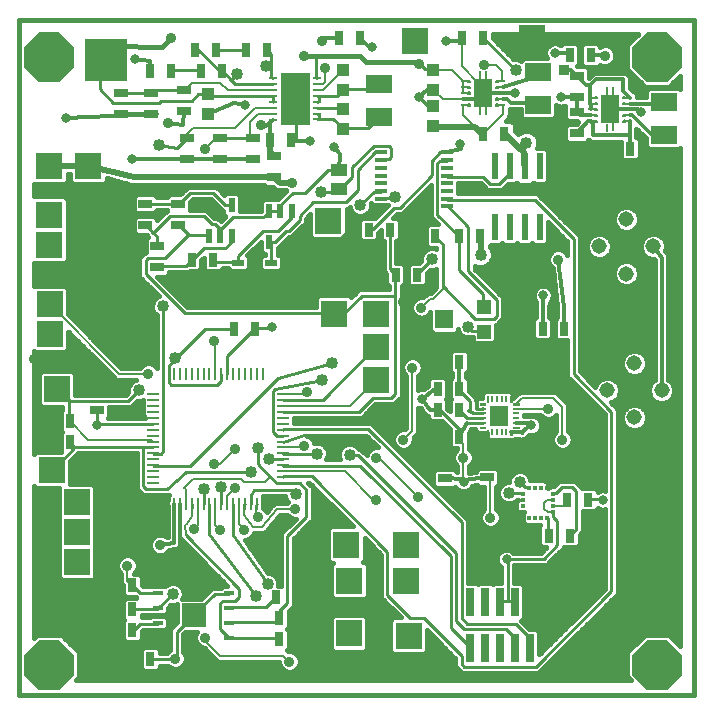
<source format=gtl>
G75*
%MOIN*%
%OFA0B0*%
%FSLAX25Y25*%
%IPPOS*%
%LPD*%
%AMOC8*
5,1,8,0,0,1.08239X$1,22.5*
%
%ADD10C,0.00000*%
%ADD11R,0.04724X0.03150*%
%ADD12R,0.03150X0.04724*%
%ADD13R,0.03937X0.01181*%
%ADD14R,0.08661X0.06299*%
%ADD15R,0.03200X0.01600*%
%ADD16R,0.07874X0.07874*%
%ADD17R,0.02913X0.09449*%
%ADD18R,0.00866X0.03937*%
%ADD19R,0.03937X0.00866*%
%ADD20R,0.02795X0.01102*%
%ADD21C,0.00551*%
%ADD22R,0.06496X0.09449*%
%ADD23R,0.01102X0.08937*%
%ADD24R,0.01102X0.02756*%
%ADD25R,0.01600X0.00800*%
%ADD26R,0.03600X0.07000*%
%ADD27C,0.05150*%
%ADD28R,0.02756X0.00984*%
%ADD29C,0.00096*%
%ADD30R,0.03937X0.04331*%
%ADD31R,0.01181X0.01772*%
%ADD32R,0.01772X0.01181*%
%ADD33R,0.05709X0.03937*%
%ADD34R,0.02362X0.04724*%
%ADD35R,0.04724X0.04724*%
%ADD36R,0.05906X0.06299*%
%ADD37R,0.04134X0.02165*%
%ADD38R,0.06063X0.06693*%
%ADD39R,0.00984X0.01969*%
%ADD40R,0.01969X0.00984*%
%ADD41C,0.00252*%
%ADD42R,0.02362X0.08661*%
%ADD43C,0.01600*%
%ADD44R,0.09000X0.09000*%
%ADD45C,0.01200*%
%ADD46C,0.01000*%
%ADD47C,0.03600*%
%ADD48C,0.03569*%
%ADD49C,0.04000*%
%ADD50C,0.00800*%
%ADD51OC8,0.16500*%
%ADD52C,0.03175*%
%ADD53R,0.14000X0.14000*%
%ADD54R,0.03600X0.03600*%
%ADD55C,0.02000*%
D10*
X0029217Y0013312D02*
X0029217Y0238312D01*
X0254217Y0238312D01*
X0254217Y0013312D01*
X0029217Y0013312D01*
D11*
X0055076Y0108312D03*
X0055076Y0115398D03*
X0075217Y0155769D03*
X0075217Y0162855D03*
X0071217Y0169769D03*
X0071217Y0176855D03*
X0082217Y0176855D03*
X0082217Y0169769D03*
X0085217Y0191769D03*
X0085217Y0198855D03*
X0084217Y0207769D03*
X0084217Y0214855D03*
X0073217Y0213855D03*
X0073217Y0206769D03*
X0063217Y0206769D03*
X0063217Y0213855D03*
X0096217Y0198855D03*
X0096217Y0191769D03*
X0107217Y0191769D03*
X0107217Y0198855D03*
X0114217Y0192855D03*
X0114217Y0185769D03*
X0132217Y0104855D03*
X0132217Y0097769D03*
X0171076Y0092524D03*
X0171076Y0085438D03*
X0185217Y0085769D03*
X0185217Y0092855D03*
X0214957Y0200485D03*
X0214957Y0207572D03*
X0214997Y0212469D03*
X0214997Y0219556D03*
D12*
X0212611Y0226406D03*
X0219698Y0226406D03*
X0225674Y0195312D03*
X0232761Y0195312D03*
X0190761Y0200312D03*
X0183674Y0200312D03*
X0183792Y0232328D03*
X0176706Y0232328D03*
X0142824Y0232343D03*
X0135737Y0232343D03*
X0111761Y0228312D03*
X0104674Y0228312D03*
X0094761Y0228312D03*
X0096761Y0221312D03*
X0089674Y0221312D03*
X0087674Y0228312D03*
X0079761Y0221312D03*
X0072674Y0221312D03*
X0112674Y0198312D03*
X0119761Y0198312D03*
X0145674Y0168312D03*
X0152761Y0168312D03*
X0160721Y0166099D03*
X0167808Y0166099D03*
X0175674Y0166312D03*
X0182761Y0166312D03*
X0161761Y0153312D03*
X0154674Y0153312D03*
X0168674Y0124312D03*
X0175761Y0124312D03*
X0175761Y0115312D03*
X0175761Y0108312D03*
X0168674Y0108312D03*
X0168674Y0115312D03*
X0168674Y0099312D03*
X0175761Y0099312D03*
X0205674Y0066312D03*
X0212761Y0066312D03*
X0211674Y0078312D03*
X0218761Y0078312D03*
X0210761Y0135312D03*
X0203674Y0135312D03*
X0122761Y0062312D03*
X0115674Y0062312D03*
X0114784Y0045706D03*
X0115784Y0038706D03*
X0121871Y0045706D03*
X0122871Y0038706D03*
X0122871Y0031706D03*
X0115784Y0031706D03*
X0086761Y0020312D03*
X0079674Y0020312D03*
X0072863Y0025131D03*
X0065776Y0025131D03*
X0066871Y0034706D03*
X0066871Y0041706D03*
X0059784Y0041706D03*
X0059784Y0034706D03*
X0059784Y0049706D03*
X0066871Y0049706D03*
X0046091Y0097406D03*
X0046091Y0104359D03*
X0039005Y0104359D03*
X0039005Y0097406D03*
X0086674Y0158312D03*
X0093761Y0158312D03*
X0100674Y0135312D03*
X0107761Y0135312D03*
D13*
X0149761Y0176099D03*
X0149761Y0178658D03*
X0149761Y0181217D03*
X0149761Y0183776D03*
X0149761Y0186335D03*
X0149761Y0188894D03*
X0149761Y0191454D03*
X0149761Y0194013D03*
X0171808Y0194013D03*
X0171808Y0191454D03*
X0171808Y0188894D03*
X0171808Y0186335D03*
X0171808Y0183776D03*
X0171808Y0181217D03*
X0171808Y0178658D03*
X0171808Y0176099D03*
D14*
X0149217Y0205800D03*
X0149217Y0216824D03*
X0202217Y0220824D03*
X0202217Y0209800D03*
X0243997Y0210792D03*
X0243997Y0199769D03*
D15*
X0099178Y0047166D03*
X0099178Y0042206D03*
X0099178Y0037206D03*
X0099178Y0032245D03*
X0075556Y0032245D03*
X0075556Y0037206D03*
X0075556Y0042206D03*
X0075556Y0047166D03*
D16*
X0087367Y0039706D03*
D17*
X0179461Y0044312D03*
X0184461Y0044312D03*
X0189461Y0044312D03*
X0194461Y0044312D03*
X0199461Y0044312D03*
X0199461Y0028997D03*
X0194461Y0028997D03*
X0189461Y0028997D03*
X0184461Y0028997D03*
X0179461Y0028997D03*
D18*
X0110296Y0076989D03*
X0108328Y0076989D03*
X0106359Y0076989D03*
X0104391Y0076989D03*
X0102422Y0076989D03*
X0100454Y0076989D03*
X0098485Y0076989D03*
X0096517Y0076989D03*
X0094548Y0076989D03*
X0092580Y0076989D03*
X0090611Y0076989D03*
X0088643Y0076989D03*
X0086674Y0076989D03*
X0084706Y0076989D03*
X0082737Y0076989D03*
X0080769Y0076989D03*
X0080769Y0120296D03*
X0082737Y0120296D03*
X0084706Y0120296D03*
X0086674Y0120296D03*
X0088643Y0120296D03*
X0090611Y0120296D03*
X0092580Y0120296D03*
X0094548Y0120296D03*
X0096517Y0120296D03*
X0098485Y0120296D03*
X0100454Y0120296D03*
X0102422Y0120296D03*
X0104391Y0120296D03*
X0106359Y0120296D03*
X0108328Y0120296D03*
X0110296Y0120296D03*
D19*
X0117186Y0113406D03*
X0117186Y0111438D03*
X0117186Y0109469D03*
X0117186Y0107501D03*
X0117186Y0105532D03*
X0117186Y0103564D03*
X0117186Y0101595D03*
X0117186Y0099627D03*
X0117186Y0097658D03*
X0117186Y0095690D03*
X0117186Y0093721D03*
X0117186Y0091753D03*
X0117186Y0089784D03*
X0117186Y0087816D03*
X0117186Y0085847D03*
X0117186Y0083879D03*
X0073879Y0083879D03*
X0073879Y0085847D03*
X0073879Y0087816D03*
X0073879Y0089784D03*
X0073879Y0091753D03*
X0073879Y0093721D03*
X0073879Y0095690D03*
X0073879Y0097658D03*
X0073879Y0099627D03*
X0073879Y0101595D03*
X0073879Y0103564D03*
X0073879Y0105532D03*
X0073879Y0107501D03*
X0073879Y0109469D03*
X0073879Y0111438D03*
X0073879Y0113406D03*
D20*
X0177654Y0209863D03*
X0177654Y0211831D03*
X0177654Y0213800D03*
X0177654Y0215769D03*
X0177654Y0217737D03*
X0189820Y0217737D03*
X0189820Y0215769D03*
X0189820Y0213800D03*
X0189820Y0211831D03*
X0189820Y0209863D03*
X0220032Y0210328D03*
X0220032Y0212296D03*
X0220032Y0208359D03*
X0220032Y0206391D03*
X0220032Y0204422D03*
X0232198Y0204422D03*
X0232198Y0206391D03*
X0232198Y0208359D03*
X0232198Y0210328D03*
X0232198Y0212296D03*
D21*
X0230524Y0212296D02*
X0230526Y0212329D01*
X0230532Y0212361D01*
X0230541Y0212392D01*
X0230554Y0212422D01*
X0230571Y0212450D01*
X0230591Y0212476D01*
X0230614Y0212500D01*
X0230639Y0212520D01*
X0230667Y0212538D01*
X0230696Y0212552D01*
X0230727Y0212562D01*
X0230759Y0212569D01*
X0230792Y0212572D01*
X0230825Y0212571D01*
X0230857Y0212566D01*
X0230888Y0212557D01*
X0230919Y0212545D01*
X0230947Y0212529D01*
X0230974Y0212510D01*
X0230998Y0212488D01*
X0231019Y0212463D01*
X0231038Y0212436D01*
X0231053Y0212407D01*
X0231064Y0212377D01*
X0231072Y0212345D01*
X0231076Y0212312D01*
X0231076Y0212280D01*
X0231072Y0212247D01*
X0231064Y0212215D01*
X0231053Y0212185D01*
X0231038Y0212156D01*
X0231019Y0212129D01*
X0230998Y0212104D01*
X0230974Y0212082D01*
X0230947Y0212063D01*
X0230919Y0212047D01*
X0230888Y0212035D01*
X0230857Y0212026D01*
X0230825Y0212021D01*
X0230792Y0212020D01*
X0230759Y0212023D01*
X0230727Y0212030D01*
X0230696Y0212040D01*
X0230667Y0212054D01*
X0230639Y0212072D01*
X0230614Y0212092D01*
X0230591Y0212116D01*
X0230571Y0212142D01*
X0230554Y0212170D01*
X0230541Y0212200D01*
X0230532Y0212231D01*
X0230526Y0212263D01*
X0230524Y0212296D01*
X0230524Y0210328D02*
X0230526Y0210361D01*
X0230532Y0210393D01*
X0230541Y0210424D01*
X0230554Y0210454D01*
X0230571Y0210482D01*
X0230591Y0210508D01*
X0230614Y0210532D01*
X0230639Y0210552D01*
X0230667Y0210570D01*
X0230696Y0210584D01*
X0230727Y0210594D01*
X0230759Y0210601D01*
X0230792Y0210604D01*
X0230825Y0210603D01*
X0230857Y0210598D01*
X0230888Y0210589D01*
X0230919Y0210577D01*
X0230947Y0210561D01*
X0230974Y0210542D01*
X0230998Y0210520D01*
X0231019Y0210495D01*
X0231038Y0210468D01*
X0231053Y0210439D01*
X0231064Y0210409D01*
X0231072Y0210377D01*
X0231076Y0210344D01*
X0231076Y0210312D01*
X0231072Y0210279D01*
X0231064Y0210247D01*
X0231053Y0210217D01*
X0231038Y0210188D01*
X0231019Y0210161D01*
X0230998Y0210136D01*
X0230974Y0210114D01*
X0230947Y0210095D01*
X0230919Y0210079D01*
X0230888Y0210067D01*
X0230857Y0210058D01*
X0230825Y0210053D01*
X0230792Y0210052D01*
X0230759Y0210055D01*
X0230727Y0210062D01*
X0230696Y0210072D01*
X0230667Y0210086D01*
X0230639Y0210104D01*
X0230614Y0210124D01*
X0230591Y0210148D01*
X0230571Y0210174D01*
X0230554Y0210202D01*
X0230541Y0210232D01*
X0230532Y0210263D01*
X0230526Y0210295D01*
X0230524Y0210328D01*
X0230524Y0208359D02*
X0230526Y0208392D01*
X0230532Y0208424D01*
X0230541Y0208455D01*
X0230554Y0208485D01*
X0230571Y0208513D01*
X0230591Y0208539D01*
X0230614Y0208563D01*
X0230639Y0208583D01*
X0230667Y0208601D01*
X0230696Y0208615D01*
X0230727Y0208625D01*
X0230759Y0208632D01*
X0230792Y0208635D01*
X0230825Y0208634D01*
X0230857Y0208629D01*
X0230888Y0208620D01*
X0230919Y0208608D01*
X0230947Y0208592D01*
X0230974Y0208573D01*
X0230998Y0208551D01*
X0231019Y0208526D01*
X0231038Y0208499D01*
X0231053Y0208470D01*
X0231064Y0208440D01*
X0231072Y0208408D01*
X0231076Y0208375D01*
X0231076Y0208343D01*
X0231072Y0208310D01*
X0231064Y0208278D01*
X0231053Y0208248D01*
X0231038Y0208219D01*
X0231019Y0208192D01*
X0230998Y0208167D01*
X0230974Y0208145D01*
X0230947Y0208126D01*
X0230919Y0208110D01*
X0230888Y0208098D01*
X0230857Y0208089D01*
X0230825Y0208084D01*
X0230792Y0208083D01*
X0230759Y0208086D01*
X0230727Y0208093D01*
X0230696Y0208103D01*
X0230667Y0208117D01*
X0230639Y0208135D01*
X0230614Y0208155D01*
X0230591Y0208179D01*
X0230571Y0208205D01*
X0230554Y0208233D01*
X0230541Y0208263D01*
X0230532Y0208294D01*
X0230526Y0208326D01*
X0230524Y0208359D01*
X0230524Y0206391D02*
X0230526Y0206424D01*
X0230532Y0206456D01*
X0230541Y0206487D01*
X0230554Y0206517D01*
X0230571Y0206545D01*
X0230591Y0206571D01*
X0230614Y0206595D01*
X0230639Y0206615D01*
X0230667Y0206633D01*
X0230696Y0206647D01*
X0230727Y0206657D01*
X0230759Y0206664D01*
X0230792Y0206667D01*
X0230825Y0206666D01*
X0230857Y0206661D01*
X0230888Y0206652D01*
X0230919Y0206640D01*
X0230947Y0206624D01*
X0230974Y0206605D01*
X0230998Y0206583D01*
X0231019Y0206558D01*
X0231038Y0206531D01*
X0231053Y0206502D01*
X0231064Y0206472D01*
X0231072Y0206440D01*
X0231076Y0206407D01*
X0231076Y0206375D01*
X0231072Y0206342D01*
X0231064Y0206310D01*
X0231053Y0206280D01*
X0231038Y0206251D01*
X0231019Y0206224D01*
X0230998Y0206199D01*
X0230974Y0206177D01*
X0230947Y0206158D01*
X0230919Y0206142D01*
X0230888Y0206130D01*
X0230857Y0206121D01*
X0230825Y0206116D01*
X0230792Y0206115D01*
X0230759Y0206118D01*
X0230727Y0206125D01*
X0230696Y0206135D01*
X0230667Y0206149D01*
X0230639Y0206167D01*
X0230614Y0206187D01*
X0230591Y0206211D01*
X0230571Y0206237D01*
X0230554Y0206265D01*
X0230541Y0206295D01*
X0230532Y0206326D01*
X0230526Y0206358D01*
X0230524Y0206391D01*
X0230524Y0204422D02*
X0230526Y0204455D01*
X0230532Y0204487D01*
X0230541Y0204518D01*
X0230554Y0204548D01*
X0230571Y0204576D01*
X0230591Y0204602D01*
X0230614Y0204626D01*
X0230639Y0204646D01*
X0230667Y0204664D01*
X0230696Y0204678D01*
X0230727Y0204688D01*
X0230759Y0204695D01*
X0230792Y0204698D01*
X0230825Y0204697D01*
X0230857Y0204692D01*
X0230888Y0204683D01*
X0230919Y0204671D01*
X0230947Y0204655D01*
X0230974Y0204636D01*
X0230998Y0204614D01*
X0231019Y0204589D01*
X0231038Y0204562D01*
X0231053Y0204533D01*
X0231064Y0204503D01*
X0231072Y0204471D01*
X0231076Y0204438D01*
X0231076Y0204406D01*
X0231072Y0204373D01*
X0231064Y0204341D01*
X0231053Y0204311D01*
X0231038Y0204282D01*
X0231019Y0204255D01*
X0230998Y0204230D01*
X0230974Y0204208D01*
X0230947Y0204189D01*
X0230919Y0204173D01*
X0230888Y0204161D01*
X0230857Y0204152D01*
X0230825Y0204147D01*
X0230792Y0204146D01*
X0230759Y0204149D01*
X0230727Y0204156D01*
X0230696Y0204166D01*
X0230667Y0204180D01*
X0230639Y0204198D01*
X0230614Y0204218D01*
X0230591Y0204242D01*
X0230571Y0204268D01*
X0230554Y0204296D01*
X0230541Y0204326D01*
X0230532Y0204357D01*
X0230526Y0204389D01*
X0230524Y0204422D01*
X0221154Y0204422D02*
X0221156Y0204455D01*
X0221162Y0204487D01*
X0221171Y0204518D01*
X0221184Y0204548D01*
X0221201Y0204576D01*
X0221221Y0204602D01*
X0221244Y0204626D01*
X0221269Y0204646D01*
X0221297Y0204664D01*
X0221326Y0204678D01*
X0221357Y0204688D01*
X0221389Y0204695D01*
X0221422Y0204698D01*
X0221455Y0204697D01*
X0221487Y0204692D01*
X0221518Y0204683D01*
X0221549Y0204671D01*
X0221577Y0204655D01*
X0221604Y0204636D01*
X0221628Y0204614D01*
X0221649Y0204589D01*
X0221668Y0204562D01*
X0221683Y0204533D01*
X0221694Y0204503D01*
X0221702Y0204471D01*
X0221706Y0204438D01*
X0221706Y0204406D01*
X0221702Y0204373D01*
X0221694Y0204341D01*
X0221683Y0204311D01*
X0221668Y0204282D01*
X0221649Y0204255D01*
X0221628Y0204230D01*
X0221604Y0204208D01*
X0221577Y0204189D01*
X0221549Y0204173D01*
X0221518Y0204161D01*
X0221487Y0204152D01*
X0221455Y0204147D01*
X0221422Y0204146D01*
X0221389Y0204149D01*
X0221357Y0204156D01*
X0221326Y0204166D01*
X0221297Y0204180D01*
X0221269Y0204198D01*
X0221244Y0204218D01*
X0221221Y0204242D01*
X0221201Y0204268D01*
X0221184Y0204296D01*
X0221171Y0204326D01*
X0221162Y0204357D01*
X0221156Y0204389D01*
X0221154Y0204422D01*
X0221154Y0206391D02*
X0221156Y0206424D01*
X0221162Y0206456D01*
X0221171Y0206487D01*
X0221184Y0206517D01*
X0221201Y0206545D01*
X0221221Y0206571D01*
X0221244Y0206595D01*
X0221269Y0206615D01*
X0221297Y0206633D01*
X0221326Y0206647D01*
X0221357Y0206657D01*
X0221389Y0206664D01*
X0221422Y0206667D01*
X0221455Y0206666D01*
X0221487Y0206661D01*
X0221518Y0206652D01*
X0221549Y0206640D01*
X0221577Y0206624D01*
X0221604Y0206605D01*
X0221628Y0206583D01*
X0221649Y0206558D01*
X0221668Y0206531D01*
X0221683Y0206502D01*
X0221694Y0206472D01*
X0221702Y0206440D01*
X0221706Y0206407D01*
X0221706Y0206375D01*
X0221702Y0206342D01*
X0221694Y0206310D01*
X0221683Y0206280D01*
X0221668Y0206251D01*
X0221649Y0206224D01*
X0221628Y0206199D01*
X0221604Y0206177D01*
X0221577Y0206158D01*
X0221549Y0206142D01*
X0221518Y0206130D01*
X0221487Y0206121D01*
X0221455Y0206116D01*
X0221422Y0206115D01*
X0221389Y0206118D01*
X0221357Y0206125D01*
X0221326Y0206135D01*
X0221297Y0206149D01*
X0221269Y0206167D01*
X0221244Y0206187D01*
X0221221Y0206211D01*
X0221201Y0206237D01*
X0221184Y0206265D01*
X0221171Y0206295D01*
X0221162Y0206326D01*
X0221156Y0206358D01*
X0221154Y0206391D01*
X0221154Y0208359D02*
X0221156Y0208392D01*
X0221162Y0208424D01*
X0221171Y0208455D01*
X0221184Y0208485D01*
X0221201Y0208513D01*
X0221221Y0208539D01*
X0221244Y0208563D01*
X0221269Y0208583D01*
X0221297Y0208601D01*
X0221326Y0208615D01*
X0221357Y0208625D01*
X0221389Y0208632D01*
X0221422Y0208635D01*
X0221455Y0208634D01*
X0221487Y0208629D01*
X0221518Y0208620D01*
X0221549Y0208608D01*
X0221577Y0208592D01*
X0221604Y0208573D01*
X0221628Y0208551D01*
X0221649Y0208526D01*
X0221668Y0208499D01*
X0221683Y0208470D01*
X0221694Y0208440D01*
X0221702Y0208408D01*
X0221706Y0208375D01*
X0221706Y0208343D01*
X0221702Y0208310D01*
X0221694Y0208278D01*
X0221683Y0208248D01*
X0221668Y0208219D01*
X0221649Y0208192D01*
X0221628Y0208167D01*
X0221604Y0208145D01*
X0221577Y0208126D01*
X0221549Y0208110D01*
X0221518Y0208098D01*
X0221487Y0208089D01*
X0221455Y0208084D01*
X0221422Y0208083D01*
X0221389Y0208086D01*
X0221357Y0208093D01*
X0221326Y0208103D01*
X0221297Y0208117D01*
X0221269Y0208135D01*
X0221244Y0208155D01*
X0221221Y0208179D01*
X0221201Y0208205D01*
X0221184Y0208233D01*
X0221171Y0208263D01*
X0221162Y0208294D01*
X0221156Y0208326D01*
X0221154Y0208359D01*
X0221154Y0210328D02*
X0221156Y0210361D01*
X0221162Y0210393D01*
X0221171Y0210424D01*
X0221184Y0210454D01*
X0221201Y0210482D01*
X0221221Y0210508D01*
X0221244Y0210532D01*
X0221269Y0210552D01*
X0221297Y0210570D01*
X0221326Y0210584D01*
X0221357Y0210594D01*
X0221389Y0210601D01*
X0221422Y0210604D01*
X0221455Y0210603D01*
X0221487Y0210598D01*
X0221518Y0210589D01*
X0221549Y0210577D01*
X0221577Y0210561D01*
X0221604Y0210542D01*
X0221628Y0210520D01*
X0221649Y0210495D01*
X0221668Y0210468D01*
X0221683Y0210439D01*
X0221694Y0210409D01*
X0221702Y0210377D01*
X0221706Y0210344D01*
X0221706Y0210312D01*
X0221702Y0210279D01*
X0221694Y0210247D01*
X0221683Y0210217D01*
X0221668Y0210188D01*
X0221649Y0210161D01*
X0221628Y0210136D01*
X0221604Y0210114D01*
X0221577Y0210095D01*
X0221549Y0210079D01*
X0221518Y0210067D01*
X0221487Y0210058D01*
X0221455Y0210053D01*
X0221422Y0210052D01*
X0221389Y0210055D01*
X0221357Y0210062D01*
X0221326Y0210072D01*
X0221297Y0210086D01*
X0221269Y0210104D01*
X0221244Y0210124D01*
X0221221Y0210148D01*
X0221201Y0210174D01*
X0221184Y0210202D01*
X0221171Y0210232D01*
X0221162Y0210263D01*
X0221156Y0210295D01*
X0221154Y0210328D01*
X0221154Y0212296D02*
X0221156Y0212329D01*
X0221162Y0212361D01*
X0221171Y0212392D01*
X0221184Y0212422D01*
X0221201Y0212450D01*
X0221221Y0212476D01*
X0221244Y0212500D01*
X0221269Y0212520D01*
X0221297Y0212538D01*
X0221326Y0212552D01*
X0221357Y0212562D01*
X0221389Y0212569D01*
X0221422Y0212572D01*
X0221455Y0212571D01*
X0221487Y0212566D01*
X0221518Y0212557D01*
X0221549Y0212545D01*
X0221577Y0212529D01*
X0221604Y0212510D01*
X0221628Y0212488D01*
X0221649Y0212463D01*
X0221668Y0212436D01*
X0221683Y0212407D01*
X0221694Y0212377D01*
X0221702Y0212345D01*
X0221706Y0212312D01*
X0221706Y0212280D01*
X0221702Y0212247D01*
X0221694Y0212215D01*
X0221683Y0212185D01*
X0221668Y0212156D01*
X0221649Y0212129D01*
X0221628Y0212104D01*
X0221604Y0212082D01*
X0221577Y0212063D01*
X0221549Y0212047D01*
X0221518Y0212035D01*
X0221487Y0212026D01*
X0221455Y0212021D01*
X0221422Y0212020D01*
X0221389Y0212023D01*
X0221357Y0212030D01*
X0221326Y0212040D01*
X0221297Y0212054D01*
X0221269Y0212072D01*
X0221244Y0212092D01*
X0221221Y0212116D01*
X0221201Y0212142D01*
X0221184Y0212170D01*
X0221171Y0212200D01*
X0221162Y0212231D01*
X0221156Y0212263D01*
X0221154Y0212296D01*
X0188146Y0211831D02*
X0188148Y0211864D01*
X0188154Y0211896D01*
X0188163Y0211927D01*
X0188176Y0211957D01*
X0188193Y0211985D01*
X0188213Y0212011D01*
X0188236Y0212035D01*
X0188261Y0212055D01*
X0188289Y0212073D01*
X0188318Y0212087D01*
X0188349Y0212097D01*
X0188381Y0212104D01*
X0188414Y0212107D01*
X0188447Y0212106D01*
X0188479Y0212101D01*
X0188510Y0212092D01*
X0188541Y0212080D01*
X0188569Y0212064D01*
X0188596Y0212045D01*
X0188620Y0212023D01*
X0188641Y0211998D01*
X0188660Y0211971D01*
X0188675Y0211942D01*
X0188686Y0211912D01*
X0188694Y0211880D01*
X0188698Y0211847D01*
X0188698Y0211815D01*
X0188694Y0211782D01*
X0188686Y0211750D01*
X0188675Y0211720D01*
X0188660Y0211691D01*
X0188641Y0211664D01*
X0188620Y0211639D01*
X0188596Y0211617D01*
X0188569Y0211598D01*
X0188541Y0211582D01*
X0188510Y0211570D01*
X0188479Y0211561D01*
X0188447Y0211556D01*
X0188414Y0211555D01*
X0188381Y0211558D01*
X0188349Y0211565D01*
X0188318Y0211575D01*
X0188289Y0211589D01*
X0188261Y0211607D01*
X0188236Y0211627D01*
X0188213Y0211651D01*
X0188193Y0211677D01*
X0188176Y0211705D01*
X0188163Y0211735D01*
X0188154Y0211766D01*
X0188148Y0211798D01*
X0188146Y0211831D01*
X0188146Y0209863D02*
X0188148Y0209896D01*
X0188154Y0209928D01*
X0188163Y0209959D01*
X0188176Y0209989D01*
X0188193Y0210017D01*
X0188213Y0210043D01*
X0188236Y0210067D01*
X0188261Y0210087D01*
X0188289Y0210105D01*
X0188318Y0210119D01*
X0188349Y0210129D01*
X0188381Y0210136D01*
X0188414Y0210139D01*
X0188447Y0210138D01*
X0188479Y0210133D01*
X0188510Y0210124D01*
X0188541Y0210112D01*
X0188569Y0210096D01*
X0188596Y0210077D01*
X0188620Y0210055D01*
X0188641Y0210030D01*
X0188660Y0210003D01*
X0188675Y0209974D01*
X0188686Y0209944D01*
X0188694Y0209912D01*
X0188698Y0209879D01*
X0188698Y0209847D01*
X0188694Y0209814D01*
X0188686Y0209782D01*
X0188675Y0209752D01*
X0188660Y0209723D01*
X0188641Y0209696D01*
X0188620Y0209671D01*
X0188596Y0209649D01*
X0188569Y0209630D01*
X0188541Y0209614D01*
X0188510Y0209602D01*
X0188479Y0209593D01*
X0188447Y0209588D01*
X0188414Y0209587D01*
X0188381Y0209590D01*
X0188349Y0209597D01*
X0188318Y0209607D01*
X0188289Y0209621D01*
X0188261Y0209639D01*
X0188236Y0209659D01*
X0188213Y0209683D01*
X0188193Y0209709D01*
X0188176Y0209737D01*
X0188163Y0209767D01*
X0188154Y0209798D01*
X0188148Y0209830D01*
X0188146Y0209863D01*
X0188146Y0213800D02*
X0188148Y0213833D01*
X0188154Y0213865D01*
X0188163Y0213896D01*
X0188176Y0213926D01*
X0188193Y0213954D01*
X0188213Y0213980D01*
X0188236Y0214004D01*
X0188261Y0214024D01*
X0188289Y0214042D01*
X0188318Y0214056D01*
X0188349Y0214066D01*
X0188381Y0214073D01*
X0188414Y0214076D01*
X0188447Y0214075D01*
X0188479Y0214070D01*
X0188510Y0214061D01*
X0188541Y0214049D01*
X0188569Y0214033D01*
X0188596Y0214014D01*
X0188620Y0213992D01*
X0188641Y0213967D01*
X0188660Y0213940D01*
X0188675Y0213911D01*
X0188686Y0213881D01*
X0188694Y0213849D01*
X0188698Y0213816D01*
X0188698Y0213784D01*
X0188694Y0213751D01*
X0188686Y0213719D01*
X0188675Y0213689D01*
X0188660Y0213660D01*
X0188641Y0213633D01*
X0188620Y0213608D01*
X0188596Y0213586D01*
X0188569Y0213567D01*
X0188541Y0213551D01*
X0188510Y0213539D01*
X0188479Y0213530D01*
X0188447Y0213525D01*
X0188414Y0213524D01*
X0188381Y0213527D01*
X0188349Y0213534D01*
X0188318Y0213544D01*
X0188289Y0213558D01*
X0188261Y0213576D01*
X0188236Y0213596D01*
X0188213Y0213620D01*
X0188193Y0213646D01*
X0188176Y0213674D01*
X0188163Y0213704D01*
X0188154Y0213735D01*
X0188148Y0213767D01*
X0188146Y0213800D01*
X0188146Y0215769D02*
X0188148Y0215802D01*
X0188154Y0215834D01*
X0188163Y0215865D01*
X0188176Y0215895D01*
X0188193Y0215923D01*
X0188213Y0215949D01*
X0188236Y0215973D01*
X0188261Y0215993D01*
X0188289Y0216011D01*
X0188318Y0216025D01*
X0188349Y0216035D01*
X0188381Y0216042D01*
X0188414Y0216045D01*
X0188447Y0216044D01*
X0188479Y0216039D01*
X0188510Y0216030D01*
X0188541Y0216018D01*
X0188569Y0216002D01*
X0188596Y0215983D01*
X0188620Y0215961D01*
X0188641Y0215936D01*
X0188660Y0215909D01*
X0188675Y0215880D01*
X0188686Y0215850D01*
X0188694Y0215818D01*
X0188698Y0215785D01*
X0188698Y0215753D01*
X0188694Y0215720D01*
X0188686Y0215688D01*
X0188675Y0215658D01*
X0188660Y0215629D01*
X0188641Y0215602D01*
X0188620Y0215577D01*
X0188596Y0215555D01*
X0188569Y0215536D01*
X0188541Y0215520D01*
X0188510Y0215508D01*
X0188479Y0215499D01*
X0188447Y0215494D01*
X0188414Y0215493D01*
X0188381Y0215496D01*
X0188349Y0215503D01*
X0188318Y0215513D01*
X0188289Y0215527D01*
X0188261Y0215545D01*
X0188236Y0215565D01*
X0188213Y0215589D01*
X0188193Y0215615D01*
X0188176Y0215643D01*
X0188163Y0215673D01*
X0188154Y0215704D01*
X0188148Y0215736D01*
X0188146Y0215769D01*
X0188146Y0217737D02*
X0188148Y0217770D01*
X0188154Y0217802D01*
X0188163Y0217833D01*
X0188176Y0217863D01*
X0188193Y0217891D01*
X0188213Y0217917D01*
X0188236Y0217941D01*
X0188261Y0217961D01*
X0188289Y0217979D01*
X0188318Y0217993D01*
X0188349Y0218003D01*
X0188381Y0218010D01*
X0188414Y0218013D01*
X0188447Y0218012D01*
X0188479Y0218007D01*
X0188510Y0217998D01*
X0188541Y0217986D01*
X0188569Y0217970D01*
X0188596Y0217951D01*
X0188620Y0217929D01*
X0188641Y0217904D01*
X0188660Y0217877D01*
X0188675Y0217848D01*
X0188686Y0217818D01*
X0188694Y0217786D01*
X0188698Y0217753D01*
X0188698Y0217721D01*
X0188694Y0217688D01*
X0188686Y0217656D01*
X0188675Y0217626D01*
X0188660Y0217597D01*
X0188641Y0217570D01*
X0188620Y0217545D01*
X0188596Y0217523D01*
X0188569Y0217504D01*
X0188541Y0217488D01*
X0188510Y0217476D01*
X0188479Y0217467D01*
X0188447Y0217462D01*
X0188414Y0217461D01*
X0188381Y0217464D01*
X0188349Y0217471D01*
X0188318Y0217481D01*
X0188289Y0217495D01*
X0188261Y0217513D01*
X0188236Y0217533D01*
X0188213Y0217557D01*
X0188193Y0217583D01*
X0188176Y0217611D01*
X0188163Y0217641D01*
X0188154Y0217672D01*
X0188148Y0217704D01*
X0188146Y0217737D01*
X0178776Y0217737D02*
X0178778Y0217770D01*
X0178784Y0217802D01*
X0178793Y0217833D01*
X0178806Y0217863D01*
X0178823Y0217891D01*
X0178843Y0217917D01*
X0178866Y0217941D01*
X0178891Y0217961D01*
X0178919Y0217979D01*
X0178948Y0217993D01*
X0178979Y0218003D01*
X0179011Y0218010D01*
X0179044Y0218013D01*
X0179077Y0218012D01*
X0179109Y0218007D01*
X0179140Y0217998D01*
X0179171Y0217986D01*
X0179199Y0217970D01*
X0179226Y0217951D01*
X0179250Y0217929D01*
X0179271Y0217904D01*
X0179290Y0217877D01*
X0179305Y0217848D01*
X0179316Y0217818D01*
X0179324Y0217786D01*
X0179328Y0217753D01*
X0179328Y0217721D01*
X0179324Y0217688D01*
X0179316Y0217656D01*
X0179305Y0217626D01*
X0179290Y0217597D01*
X0179271Y0217570D01*
X0179250Y0217545D01*
X0179226Y0217523D01*
X0179199Y0217504D01*
X0179171Y0217488D01*
X0179140Y0217476D01*
X0179109Y0217467D01*
X0179077Y0217462D01*
X0179044Y0217461D01*
X0179011Y0217464D01*
X0178979Y0217471D01*
X0178948Y0217481D01*
X0178919Y0217495D01*
X0178891Y0217513D01*
X0178866Y0217533D01*
X0178843Y0217557D01*
X0178823Y0217583D01*
X0178806Y0217611D01*
X0178793Y0217641D01*
X0178784Y0217672D01*
X0178778Y0217704D01*
X0178776Y0217737D01*
X0178776Y0215769D02*
X0178778Y0215802D01*
X0178784Y0215834D01*
X0178793Y0215865D01*
X0178806Y0215895D01*
X0178823Y0215923D01*
X0178843Y0215949D01*
X0178866Y0215973D01*
X0178891Y0215993D01*
X0178919Y0216011D01*
X0178948Y0216025D01*
X0178979Y0216035D01*
X0179011Y0216042D01*
X0179044Y0216045D01*
X0179077Y0216044D01*
X0179109Y0216039D01*
X0179140Y0216030D01*
X0179171Y0216018D01*
X0179199Y0216002D01*
X0179226Y0215983D01*
X0179250Y0215961D01*
X0179271Y0215936D01*
X0179290Y0215909D01*
X0179305Y0215880D01*
X0179316Y0215850D01*
X0179324Y0215818D01*
X0179328Y0215785D01*
X0179328Y0215753D01*
X0179324Y0215720D01*
X0179316Y0215688D01*
X0179305Y0215658D01*
X0179290Y0215629D01*
X0179271Y0215602D01*
X0179250Y0215577D01*
X0179226Y0215555D01*
X0179199Y0215536D01*
X0179171Y0215520D01*
X0179140Y0215508D01*
X0179109Y0215499D01*
X0179077Y0215494D01*
X0179044Y0215493D01*
X0179011Y0215496D01*
X0178979Y0215503D01*
X0178948Y0215513D01*
X0178919Y0215527D01*
X0178891Y0215545D01*
X0178866Y0215565D01*
X0178843Y0215589D01*
X0178823Y0215615D01*
X0178806Y0215643D01*
X0178793Y0215673D01*
X0178784Y0215704D01*
X0178778Y0215736D01*
X0178776Y0215769D01*
X0178776Y0213800D02*
X0178778Y0213833D01*
X0178784Y0213865D01*
X0178793Y0213896D01*
X0178806Y0213926D01*
X0178823Y0213954D01*
X0178843Y0213980D01*
X0178866Y0214004D01*
X0178891Y0214024D01*
X0178919Y0214042D01*
X0178948Y0214056D01*
X0178979Y0214066D01*
X0179011Y0214073D01*
X0179044Y0214076D01*
X0179077Y0214075D01*
X0179109Y0214070D01*
X0179140Y0214061D01*
X0179171Y0214049D01*
X0179199Y0214033D01*
X0179226Y0214014D01*
X0179250Y0213992D01*
X0179271Y0213967D01*
X0179290Y0213940D01*
X0179305Y0213911D01*
X0179316Y0213881D01*
X0179324Y0213849D01*
X0179328Y0213816D01*
X0179328Y0213784D01*
X0179324Y0213751D01*
X0179316Y0213719D01*
X0179305Y0213689D01*
X0179290Y0213660D01*
X0179271Y0213633D01*
X0179250Y0213608D01*
X0179226Y0213586D01*
X0179199Y0213567D01*
X0179171Y0213551D01*
X0179140Y0213539D01*
X0179109Y0213530D01*
X0179077Y0213525D01*
X0179044Y0213524D01*
X0179011Y0213527D01*
X0178979Y0213534D01*
X0178948Y0213544D01*
X0178919Y0213558D01*
X0178891Y0213576D01*
X0178866Y0213596D01*
X0178843Y0213620D01*
X0178823Y0213646D01*
X0178806Y0213674D01*
X0178793Y0213704D01*
X0178784Y0213735D01*
X0178778Y0213767D01*
X0178776Y0213800D01*
X0178776Y0211831D02*
X0178778Y0211864D01*
X0178784Y0211896D01*
X0178793Y0211927D01*
X0178806Y0211957D01*
X0178823Y0211985D01*
X0178843Y0212011D01*
X0178866Y0212035D01*
X0178891Y0212055D01*
X0178919Y0212073D01*
X0178948Y0212087D01*
X0178979Y0212097D01*
X0179011Y0212104D01*
X0179044Y0212107D01*
X0179077Y0212106D01*
X0179109Y0212101D01*
X0179140Y0212092D01*
X0179171Y0212080D01*
X0179199Y0212064D01*
X0179226Y0212045D01*
X0179250Y0212023D01*
X0179271Y0211998D01*
X0179290Y0211971D01*
X0179305Y0211942D01*
X0179316Y0211912D01*
X0179324Y0211880D01*
X0179328Y0211847D01*
X0179328Y0211815D01*
X0179324Y0211782D01*
X0179316Y0211750D01*
X0179305Y0211720D01*
X0179290Y0211691D01*
X0179271Y0211664D01*
X0179250Y0211639D01*
X0179226Y0211617D01*
X0179199Y0211598D01*
X0179171Y0211582D01*
X0179140Y0211570D01*
X0179109Y0211561D01*
X0179077Y0211556D01*
X0179044Y0211555D01*
X0179011Y0211558D01*
X0178979Y0211565D01*
X0178948Y0211575D01*
X0178919Y0211589D01*
X0178891Y0211607D01*
X0178866Y0211627D01*
X0178843Y0211651D01*
X0178823Y0211677D01*
X0178806Y0211705D01*
X0178793Y0211735D01*
X0178784Y0211766D01*
X0178778Y0211798D01*
X0178776Y0211831D01*
X0178776Y0209863D02*
X0178778Y0209896D01*
X0178784Y0209928D01*
X0178793Y0209959D01*
X0178806Y0209989D01*
X0178823Y0210017D01*
X0178843Y0210043D01*
X0178866Y0210067D01*
X0178891Y0210087D01*
X0178919Y0210105D01*
X0178948Y0210119D01*
X0178979Y0210129D01*
X0179011Y0210136D01*
X0179044Y0210139D01*
X0179077Y0210138D01*
X0179109Y0210133D01*
X0179140Y0210124D01*
X0179171Y0210112D01*
X0179199Y0210096D01*
X0179226Y0210077D01*
X0179250Y0210055D01*
X0179271Y0210030D01*
X0179290Y0210003D01*
X0179305Y0209974D01*
X0179316Y0209944D01*
X0179324Y0209912D01*
X0179328Y0209879D01*
X0179328Y0209847D01*
X0179324Y0209814D01*
X0179316Y0209782D01*
X0179305Y0209752D01*
X0179290Y0209723D01*
X0179271Y0209696D01*
X0179250Y0209671D01*
X0179226Y0209649D01*
X0179199Y0209630D01*
X0179171Y0209614D01*
X0179140Y0209602D01*
X0179109Y0209593D01*
X0179077Y0209588D01*
X0179044Y0209587D01*
X0179011Y0209590D01*
X0178979Y0209597D01*
X0178948Y0209607D01*
X0178919Y0209621D01*
X0178891Y0209639D01*
X0178866Y0209659D01*
X0178843Y0209683D01*
X0178823Y0209709D01*
X0178806Y0209737D01*
X0178793Y0209767D01*
X0178784Y0209798D01*
X0178778Y0209830D01*
X0178776Y0209863D01*
D22*
X0183737Y0213800D03*
X0226115Y0208359D03*
D23*
X0227099Y0205347D03*
X0184721Y0210788D03*
D24*
X0182753Y0207698D03*
X0182753Y0219902D03*
X0184721Y0219902D03*
X0225131Y0214461D03*
X0227099Y0214461D03*
X0225131Y0202257D03*
D25*
X0219587Y0204419D03*
X0219598Y0206393D03*
X0219598Y0208356D03*
X0219582Y0210325D03*
X0219582Y0212297D03*
X0232643Y0212291D03*
X0232656Y0210322D03*
X0232643Y0208365D03*
X0232648Y0206393D03*
X0232648Y0204422D03*
X0190270Y0209863D03*
X0190270Y0211834D03*
X0190265Y0213806D03*
X0190278Y0215763D03*
X0190265Y0217732D03*
X0177204Y0217738D03*
X0177204Y0215766D03*
X0177220Y0213797D03*
X0177220Y0211834D03*
X0177209Y0209860D03*
D26*
X0183744Y0213858D03*
X0226122Y0208417D03*
D27*
X0231509Y0171725D03*
X0240540Y0162698D03*
X0231509Y0153670D03*
X0222477Y0162698D03*
X0234249Y0123733D03*
X0243280Y0114706D03*
X0234249Y0105678D03*
X0225217Y0114706D03*
D28*
X0128556Y0205040D03*
X0128556Y0207009D03*
X0128556Y0208977D03*
X0128556Y0210946D03*
X0128556Y0212914D03*
X0128556Y0214883D03*
X0128556Y0216851D03*
X0128556Y0218820D03*
X0113595Y0218820D03*
X0113595Y0216851D03*
X0113595Y0214883D03*
X0113595Y0212914D03*
X0113595Y0210946D03*
X0113595Y0208928D03*
X0113595Y0207009D03*
X0113595Y0204991D03*
D29*
X0116321Y0203435D02*
X0125831Y0203435D01*
X0116321Y0203435D02*
X0116321Y0220425D01*
X0125831Y0220425D01*
X0125831Y0203435D01*
X0125831Y0203530D02*
X0116321Y0203530D01*
X0116321Y0203625D02*
X0125831Y0203625D01*
X0125831Y0203720D02*
X0116321Y0203720D01*
X0116321Y0203815D02*
X0125831Y0203815D01*
X0125831Y0203910D02*
X0116321Y0203910D01*
X0116321Y0204005D02*
X0125831Y0204005D01*
X0125831Y0204100D02*
X0116321Y0204100D01*
X0116321Y0204195D02*
X0125831Y0204195D01*
X0125831Y0204290D02*
X0116321Y0204290D01*
X0116321Y0204385D02*
X0125831Y0204385D01*
X0125831Y0204480D02*
X0116321Y0204480D01*
X0116321Y0204575D02*
X0125831Y0204575D01*
X0125831Y0204670D02*
X0116321Y0204670D01*
X0116321Y0204765D02*
X0125831Y0204765D01*
X0125831Y0204860D02*
X0116321Y0204860D01*
X0116321Y0204955D02*
X0125831Y0204955D01*
X0125831Y0205050D02*
X0116321Y0205050D01*
X0116321Y0205145D02*
X0125831Y0205145D01*
X0125831Y0205240D02*
X0116321Y0205240D01*
X0116321Y0205335D02*
X0125831Y0205335D01*
X0125831Y0205430D02*
X0116321Y0205430D01*
X0116321Y0205525D02*
X0125831Y0205525D01*
X0125831Y0205620D02*
X0116321Y0205620D01*
X0116321Y0205715D02*
X0125831Y0205715D01*
X0125831Y0205810D02*
X0116321Y0205810D01*
X0116321Y0205905D02*
X0125831Y0205905D01*
X0125831Y0206000D02*
X0116321Y0206000D01*
X0116321Y0206095D02*
X0125831Y0206095D01*
X0125831Y0206190D02*
X0116321Y0206190D01*
X0116321Y0206285D02*
X0125831Y0206285D01*
X0125831Y0206380D02*
X0116321Y0206380D01*
X0116321Y0206475D02*
X0125831Y0206475D01*
X0125831Y0206570D02*
X0116321Y0206570D01*
X0116321Y0206665D02*
X0125831Y0206665D01*
X0125831Y0206760D02*
X0116321Y0206760D01*
X0116321Y0206855D02*
X0125831Y0206855D01*
X0125831Y0206950D02*
X0116321Y0206950D01*
X0116321Y0207045D02*
X0125831Y0207045D01*
X0125831Y0207140D02*
X0116321Y0207140D01*
X0116321Y0207235D02*
X0125831Y0207235D01*
X0125831Y0207330D02*
X0116321Y0207330D01*
X0116321Y0207425D02*
X0125831Y0207425D01*
X0125831Y0207520D02*
X0116321Y0207520D01*
X0116321Y0207615D02*
X0125831Y0207615D01*
X0125831Y0207710D02*
X0116321Y0207710D01*
X0116321Y0207805D02*
X0125831Y0207805D01*
X0125831Y0207900D02*
X0116321Y0207900D01*
X0116321Y0207995D02*
X0125831Y0207995D01*
X0125831Y0208090D02*
X0116321Y0208090D01*
X0116321Y0208185D02*
X0125831Y0208185D01*
X0125831Y0208280D02*
X0116321Y0208280D01*
X0116321Y0208375D02*
X0125831Y0208375D01*
X0125831Y0208470D02*
X0116321Y0208470D01*
X0116321Y0208565D02*
X0125831Y0208565D01*
X0125831Y0208660D02*
X0116321Y0208660D01*
X0116321Y0208755D02*
X0125831Y0208755D01*
X0125831Y0208850D02*
X0116321Y0208850D01*
X0116321Y0208945D02*
X0125831Y0208945D01*
X0125831Y0209040D02*
X0116321Y0209040D01*
X0116321Y0209135D02*
X0125831Y0209135D01*
X0125831Y0209230D02*
X0116321Y0209230D01*
X0116321Y0209325D02*
X0125831Y0209325D01*
X0125831Y0209420D02*
X0116321Y0209420D01*
X0116321Y0209515D02*
X0125831Y0209515D01*
X0125831Y0209610D02*
X0116321Y0209610D01*
X0116321Y0209705D02*
X0125831Y0209705D01*
X0125831Y0209800D02*
X0116321Y0209800D01*
X0116321Y0209895D02*
X0125831Y0209895D01*
X0125831Y0209990D02*
X0116321Y0209990D01*
X0116321Y0210085D02*
X0125831Y0210085D01*
X0125831Y0210180D02*
X0116321Y0210180D01*
X0116321Y0210275D02*
X0125831Y0210275D01*
X0125831Y0210370D02*
X0116321Y0210370D01*
X0116321Y0210465D02*
X0125831Y0210465D01*
X0125831Y0210560D02*
X0116321Y0210560D01*
X0116321Y0210655D02*
X0125831Y0210655D01*
X0125831Y0210750D02*
X0116321Y0210750D01*
X0116321Y0210845D02*
X0125831Y0210845D01*
X0125831Y0210940D02*
X0116321Y0210940D01*
X0116321Y0211035D02*
X0125831Y0211035D01*
X0125831Y0211130D02*
X0116321Y0211130D01*
X0116321Y0211225D02*
X0125831Y0211225D01*
X0125831Y0211320D02*
X0116321Y0211320D01*
X0116321Y0211415D02*
X0125831Y0211415D01*
X0125831Y0211510D02*
X0116321Y0211510D01*
X0116321Y0211605D02*
X0125831Y0211605D01*
X0125831Y0211700D02*
X0116321Y0211700D01*
X0116321Y0211795D02*
X0125831Y0211795D01*
X0125831Y0211890D02*
X0116321Y0211890D01*
X0116321Y0211985D02*
X0125831Y0211985D01*
X0125831Y0212080D02*
X0116321Y0212080D01*
X0116321Y0212175D02*
X0125831Y0212175D01*
X0125831Y0212270D02*
X0116321Y0212270D01*
X0116321Y0212365D02*
X0125831Y0212365D01*
X0125831Y0212460D02*
X0116321Y0212460D01*
X0116321Y0212555D02*
X0125831Y0212555D01*
X0125831Y0212650D02*
X0116321Y0212650D01*
X0116321Y0212745D02*
X0125831Y0212745D01*
X0125831Y0212840D02*
X0116321Y0212840D01*
X0116321Y0212935D02*
X0125831Y0212935D01*
X0125831Y0213030D02*
X0116321Y0213030D01*
X0116321Y0213125D02*
X0125831Y0213125D01*
X0125831Y0213220D02*
X0116321Y0213220D01*
X0116321Y0213315D02*
X0125831Y0213315D01*
X0125831Y0213410D02*
X0116321Y0213410D01*
X0116321Y0213505D02*
X0125831Y0213505D01*
X0125831Y0213600D02*
X0116321Y0213600D01*
X0116321Y0213695D02*
X0125831Y0213695D01*
X0125831Y0213790D02*
X0116321Y0213790D01*
X0116321Y0213885D02*
X0125831Y0213885D01*
X0125831Y0213980D02*
X0116321Y0213980D01*
X0116321Y0214075D02*
X0125831Y0214075D01*
X0125831Y0214170D02*
X0116321Y0214170D01*
X0116321Y0214265D02*
X0125831Y0214265D01*
X0125831Y0214360D02*
X0116321Y0214360D01*
X0116321Y0214455D02*
X0125831Y0214455D01*
X0125831Y0214550D02*
X0116321Y0214550D01*
X0116321Y0214645D02*
X0125831Y0214645D01*
X0125831Y0214740D02*
X0116321Y0214740D01*
X0116321Y0214835D02*
X0125831Y0214835D01*
X0125831Y0214930D02*
X0116321Y0214930D01*
X0116321Y0215025D02*
X0125831Y0215025D01*
X0125831Y0215120D02*
X0116321Y0215120D01*
X0116321Y0215215D02*
X0125831Y0215215D01*
X0125831Y0215310D02*
X0116321Y0215310D01*
X0116321Y0215405D02*
X0125831Y0215405D01*
X0125831Y0215500D02*
X0116321Y0215500D01*
X0116321Y0215595D02*
X0125831Y0215595D01*
X0125831Y0215690D02*
X0116321Y0215690D01*
X0116321Y0215785D02*
X0125831Y0215785D01*
X0125831Y0215880D02*
X0116321Y0215880D01*
X0116321Y0215975D02*
X0125831Y0215975D01*
X0125831Y0216070D02*
X0116321Y0216070D01*
X0116321Y0216165D02*
X0125831Y0216165D01*
X0125831Y0216260D02*
X0116321Y0216260D01*
X0116321Y0216355D02*
X0125831Y0216355D01*
X0125831Y0216450D02*
X0116321Y0216450D01*
X0116321Y0216545D02*
X0125831Y0216545D01*
X0125831Y0216640D02*
X0116321Y0216640D01*
X0116321Y0216735D02*
X0125831Y0216735D01*
X0125831Y0216830D02*
X0116321Y0216830D01*
X0116321Y0216925D02*
X0125831Y0216925D01*
X0125831Y0217020D02*
X0116321Y0217020D01*
X0116321Y0217115D02*
X0125831Y0217115D01*
X0125831Y0217210D02*
X0116321Y0217210D01*
X0116321Y0217305D02*
X0125831Y0217305D01*
X0125831Y0217400D02*
X0116321Y0217400D01*
X0116321Y0217495D02*
X0125831Y0217495D01*
X0125831Y0217590D02*
X0116321Y0217590D01*
X0116321Y0217685D02*
X0125831Y0217685D01*
X0125831Y0217780D02*
X0116321Y0217780D01*
X0116321Y0217875D02*
X0125831Y0217875D01*
X0125831Y0217970D02*
X0116321Y0217970D01*
X0116321Y0218065D02*
X0125831Y0218065D01*
X0125831Y0218160D02*
X0116321Y0218160D01*
X0116321Y0218255D02*
X0125831Y0218255D01*
X0125831Y0218350D02*
X0116321Y0218350D01*
X0116321Y0218445D02*
X0125831Y0218445D01*
X0125831Y0218540D02*
X0116321Y0218540D01*
X0116321Y0218635D02*
X0125831Y0218635D01*
X0125831Y0218730D02*
X0116321Y0218730D01*
X0116321Y0218825D02*
X0125831Y0218825D01*
X0125831Y0218920D02*
X0116321Y0218920D01*
X0116321Y0219015D02*
X0125831Y0219015D01*
X0125831Y0219110D02*
X0116321Y0219110D01*
X0116321Y0219205D02*
X0125831Y0219205D01*
X0125831Y0219300D02*
X0116321Y0219300D01*
X0116321Y0219395D02*
X0125831Y0219395D01*
X0125831Y0219490D02*
X0116321Y0219490D01*
X0116321Y0219585D02*
X0125831Y0219585D01*
X0125831Y0219680D02*
X0116321Y0219680D01*
X0116321Y0219775D02*
X0125831Y0219775D01*
X0125831Y0219870D02*
X0116321Y0219870D01*
X0116321Y0219965D02*
X0125831Y0219965D01*
X0125831Y0220060D02*
X0116321Y0220060D01*
X0116321Y0220155D02*
X0125831Y0220155D01*
X0125831Y0220250D02*
X0116321Y0220250D01*
X0116321Y0220345D02*
X0125831Y0220345D01*
D30*
X0137217Y0221658D03*
X0137217Y0214965D03*
X0137217Y0208658D03*
X0137217Y0201965D03*
X0167217Y0202965D03*
X0167217Y0209658D03*
X0167217Y0214965D03*
X0167217Y0221658D03*
X0092217Y0213658D03*
X0092217Y0206965D03*
D31*
X0199170Y0082237D03*
X0201139Y0082237D03*
X0203107Y0082237D03*
X0205076Y0082237D03*
X0205076Y0072198D03*
X0203107Y0072198D03*
X0201139Y0072198D03*
X0199170Y0072198D03*
D32*
X0197103Y0074265D03*
X0197103Y0076233D03*
X0197103Y0078202D03*
X0197103Y0080170D03*
X0207143Y0080170D03*
X0207143Y0078202D03*
X0207143Y0076233D03*
X0207143Y0074265D03*
D33*
X0135643Y0181847D03*
X0135643Y0188304D03*
D34*
X0119957Y0174454D03*
X0116217Y0174454D03*
X0112477Y0174454D03*
X0112477Y0164170D03*
X0119957Y0164170D03*
X0099957Y0166170D03*
X0096217Y0166170D03*
X0092477Y0166170D03*
X0092477Y0176454D03*
X0099957Y0176454D03*
D35*
X0184217Y0142383D03*
X0184217Y0134312D03*
D36*
X0170792Y0138406D03*
D37*
X0113241Y0157312D03*
X0102217Y0157312D03*
D38*
X0189217Y0106312D03*
D39*
X0188430Y0111824D03*
X0190005Y0111824D03*
X0191580Y0111824D03*
X0186855Y0111824D03*
X0186855Y0100800D03*
X0188430Y0100800D03*
X0190005Y0100800D03*
X0191580Y0100800D03*
D40*
X0194729Y0103950D03*
X0194729Y0105524D03*
X0194729Y0107099D03*
X0194729Y0108674D03*
X0183706Y0108674D03*
X0183706Y0107099D03*
X0183706Y0105524D03*
X0183706Y0103950D03*
D41*
X0182848Y0102642D02*
X0182848Y0102108D01*
X0182848Y0102642D02*
X0184564Y0102642D01*
X0184564Y0102108D01*
X0182848Y0102108D01*
X0182848Y0102359D02*
X0184564Y0102359D01*
X0184564Y0102610D02*
X0182848Y0102610D01*
X0185013Y0101658D02*
X0185547Y0101658D01*
X0185547Y0099942D01*
X0185013Y0099942D01*
X0185013Y0101658D01*
X0185013Y0100193D02*
X0185547Y0100193D01*
X0185547Y0100444D02*
X0185013Y0100444D01*
X0185013Y0100695D02*
X0185547Y0100695D01*
X0185547Y0100946D02*
X0185013Y0100946D01*
X0185013Y0101197D02*
X0185547Y0101197D01*
X0185547Y0101448D02*
X0185013Y0101448D01*
X0192887Y0101658D02*
X0193421Y0101658D01*
X0193421Y0099942D01*
X0192887Y0099942D01*
X0192887Y0101658D01*
X0192887Y0100193D02*
X0193421Y0100193D01*
X0193421Y0100444D02*
X0192887Y0100444D01*
X0192887Y0100695D02*
X0193421Y0100695D01*
X0193421Y0100946D02*
X0192887Y0100946D01*
X0192887Y0101197D02*
X0193421Y0101197D01*
X0193421Y0101448D02*
X0192887Y0101448D01*
X0195587Y0102108D02*
X0195587Y0102642D01*
X0195587Y0102108D02*
X0193871Y0102108D01*
X0193871Y0102642D01*
X0195587Y0102642D01*
X0195587Y0102359D02*
X0193871Y0102359D01*
X0193871Y0102610D02*
X0195587Y0102610D01*
X0193871Y0109982D02*
X0193871Y0110516D01*
X0195587Y0110516D01*
X0195587Y0109982D01*
X0193871Y0109982D01*
X0193871Y0110233D02*
X0195587Y0110233D01*
X0195587Y0110484D02*
X0193871Y0110484D01*
X0193421Y0112682D02*
X0192887Y0112682D01*
X0193421Y0112682D02*
X0193421Y0110966D01*
X0192887Y0110966D01*
X0192887Y0112682D01*
X0192887Y0111217D02*
X0193421Y0111217D01*
X0193421Y0111468D02*
X0192887Y0111468D01*
X0192887Y0111719D02*
X0193421Y0111719D01*
X0193421Y0111970D02*
X0192887Y0111970D01*
X0192887Y0112221D02*
X0193421Y0112221D01*
X0193421Y0112472D02*
X0192887Y0112472D01*
X0185547Y0110966D02*
X0185013Y0110966D01*
X0185013Y0112682D01*
X0185547Y0112682D01*
X0185547Y0110966D01*
X0185547Y0111217D02*
X0185013Y0111217D01*
X0185013Y0111468D02*
X0185547Y0111468D01*
X0185547Y0111719D02*
X0185013Y0111719D01*
X0185013Y0111970D02*
X0185547Y0111970D01*
X0185547Y0112221D02*
X0185013Y0112221D01*
X0185013Y0112472D02*
X0185547Y0112472D01*
X0182848Y0110516D02*
X0182848Y0109982D01*
X0182848Y0110516D02*
X0184564Y0110516D01*
X0184564Y0109982D01*
X0182848Y0109982D01*
X0182848Y0110233D02*
X0184564Y0110233D01*
X0184564Y0110484D02*
X0182848Y0110484D01*
D42*
X0187717Y0169076D03*
X0192717Y0169076D03*
X0197717Y0169076D03*
X0202717Y0169076D03*
X0202717Y0189548D03*
X0197717Y0189548D03*
X0192717Y0189548D03*
X0187717Y0189548D03*
D43*
X0029217Y0238312D02*
X0029217Y0013312D01*
X0254217Y0013312D01*
X0254020Y0238115D01*
X0029217Y0238312D01*
X0056950Y0226556D02*
X0059028Y0225556D01*
X0058028Y0224792D01*
X0056950Y0226556D02*
X0060855Y0229461D01*
X0076855Y0229257D01*
X0079808Y0232209D01*
X0124099Y0226304D02*
X0127917Y0226304D01*
X0142800Y0226304D01*
X0144769Y0224335D01*
X0161501Y0224335D01*
X0162485Y0223351D01*
X0186967Y0232082D02*
X0186967Y0233512D01*
X0235487Y0233512D01*
X0231867Y0229892D01*
X0231867Y0221732D01*
X0237637Y0215962D01*
X0245797Y0215962D01*
X0249417Y0219582D01*
X0249417Y0215115D01*
X0248990Y0215542D01*
X0239003Y0215542D01*
X0238066Y0214604D01*
X0238066Y0212522D01*
X0235195Y0212522D01*
X0235195Y0213510D01*
X0234258Y0214447D01*
X0233598Y0214447D01*
X0232598Y0215447D01*
X0232598Y0219341D01*
X0231310Y0220630D01*
X0220629Y0220630D01*
X0218959Y0218960D01*
X0218959Y0221793D01*
X0218308Y0222444D01*
X0221935Y0222444D01*
X0222811Y0223320D01*
X0223817Y0222904D01*
X0225169Y0222904D01*
X0226419Y0223422D01*
X0227375Y0224378D01*
X0227893Y0225628D01*
X0227893Y0226980D01*
X0227375Y0228230D01*
X0226419Y0229186D01*
X0225169Y0229704D01*
X0223817Y0229704D01*
X0222872Y0229313D01*
X0222872Y0229431D01*
X0221935Y0230368D01*
X0217460Y0230368D01*
X0216523Y0229431D01*
X0216523Y0223381D01*
X0217173Y0222731D01*
X0215135Y0222731D01*
X0215786Y0223381D01*
X0215786Y0229431D01*
X0214849Y0230368D01*
X0210373Y0230368D01*
X0209781Y0229776D01*
X0209566Y0229990D01*
X0208395Y0230476D01*
X0207127Y0230476D01*
X0205955Y0229990D01*
X0205058Y0229094D01*
X0204573Y0227922D01*
X0204573Y0226654D01*
X0205021Y0225573D01*
X0197224Y0225573D01*
X0196309Y0224658D01*
X0195333Y0225062D01*
X0193987Y0225062D01*
X0186967Y0232082D01*
X0187317Y0231732D02*
X0233707Y0231732D01*
X0235306Y0233330D02*
X0186967Y0233330D01*
X0188916Y0230133D02*
X0206300Y0230133D01*
X0204827Y0228535D02*
X0190514Y0228535D01*
X0192113Y0226936D02*
X0204573Y0226936D01*
X0209221Y0230133D02*
X0210138Y0230133D01*
X0215084Y0230133D02*
X0217225Y0230133D01*
X0216523Y0228535D02*
X0215786Y0228535D01*
X0215786Y0226936D02*
X0216523Y0226936D01*
X0216523Y0225338D02*
X0215786Y0225338D01*
X0215786Y0223739D02*
X0216523Y0223739D01*
X0218612Y0222141D02*
X0231867Y0222141D01*
X0231867Y0223739D02*
X0226736Y0223739D01*
X0227773Y0225338D02*
X0231867Y0225338D01*
X0231867Y0226936D02*
X0227893Y0226936D01*
X0227070Y0228535D02*
X0231867Y0228535D01*
X0232109Y0230133D02*
X0222170Y0230133D01*
X0220541Y0220542D02*
X0218959Y0220542D01*
X0210995Y0209599D02*
X0210995Y0205334D01*
X0211933Y0204397D01*
X0215021Y0204397D01*
X0215225Y0204193D01*
X0215554Y0204193D01*
X0215021Y0203660D01*
X0211933Y0203660D01*
X0210995Y0202723D01*
X0210995Y0198247D01*
X0211933Y0197310D01*
X0217982Y0197310D01*
X0218920Y0198247D01*
X0218920Y0198254D01*
X0219645Y0197529D01*
X0229586Y0197529D01*
X0229586Y0192287D01*
X0230523Y0191350D01*
X0234998Y0191350D01*
X0235935Y0192287D01*
X0235935Y0198337D01*
X0234998Y0199274D01*
X0234848Y0199274D01*
X0234848Y0202011D01*
X0238066Y0198793D01*
X0238066Y0195956D01*
X0239003Y0195019D01*
X0248990Y0195019D01*
X0249417Y0195446D01*
X0249417Y0029542D01*
X0245797Y0033162D01*
X0237637Y0033162D01*
X0231867Y0027392D01*
X0231867Y0019232D01*
X0232987Y0018112D01*
X0047947Y0018112D01*
X0049067Y0019232D01*
X0049067Y0027392D01*
X0043297Y0033162D01*
X0035137Y0033162D01*
X0034017Y0032042D01*
X0034017Y0082808D01*
X0034755Y0082070D01*
X0042369Y0082070D01*
X0042369Y0052322D01*
X0043307Y0051385D01*
X0053632Y0051385D01*
X0054569Y0052322D01*
X0054569Y0082648D01*
X0053632Y0083585D01*
X0046018Y0083585D01*
X0046018Y0091043D01*
X0048787Y0093812D01*
X0068317Y0093812D01*
X0068317Y0081992D01*
X0069217Y0081092D01*
X0070447Y0079862D01*
X0078278Y0079862D01*
X0078922Y0079807D01*
X0078735Y0079620D01*
X0078735Y0078067D01*
X0078569Y0077900D01*
X0078569Y0076078D01*
X0078592Y0076054D01*
X0078592Y0065798D01*
X0078390Y0065767D01*
X0078079Y0066078D01*
X0076835Y0066594D01*
X0075489Y0066594D01*
X0074245Y0066078D01*
X0073293Y0065126D01*
X0072778Y0063883D01*
X0072778Y0062536D01*
X0073293Y0061292D01*
X0074245Y0060340D01*
X0075489Y0059825D01*
X0076835Y0059825D01*
X0078079Y0060340D01*
X0079031Y0061292D01*
X0079085Y0061422D01*
X0080956Y0061702D01*
X0081703Y0061702D01*
X0081835Y0061834D01*
X0082019Y0061861D01*
X0082463Y0062462D01*
X0082992Y0062991D01*
X0082992Y0063177D01*
X0083103Y0063327D01*
X0082992Y0064066D01*
X0082992Y0065067D01*
X0098493Y0049566D01*
X0096915Y0049566D01*
X0096311Y0048962D01*
X0093397Y0048962D01*
X0089678Y0045243D01*
X0083543Y0045243D01*
X0083917Y0046146D01*
X0083917Y0047578D01*
X0083369Y0048901D01*
X0082357Y0049914D01*
X0081033Y0050462D01*
X0079601Y0050462D01*
X0078278Y0049914D01*
X0077875Y0049510D01*
X0077819Y0049566D01*
X0073293Y0049566D01*
X0073139Y0049412D01*
X0070387Y0049412D01*
X0070046Y0049753D01*
X0070046Y0052730D01*
X0069108Y0053668D01*
X0067359Y0053668D01*
X0068086Y0054395D01*
X0068602Y0055639D01*
X0068602Y0056985D01*
X0068086Y0058229D01*
X0067134Y0059181D01*
X0065890Y0059696D01*
X0064544Y0059696D01*
X0063300Y0059181D01*
X0062348Y0058229D01*
X0061833Y0056985D01*
X0061833Y0055639D01*
X0062348Y0054395D01*
X0063217Y0053526D01*
X0063217Y0050483D01*
X0063696Y0050005D01*
X0063696Y0046681D01*
X0064633Y0045743D01*
X0067957Y0045743D01*
X0068033Y0045668D01*
X0064633Y0045668D01*
X0063696Y0044730D01*
X0063696Y0038681D01*
X0064171Y0038205D01*
X0063696Y0037730D01*
X0063696Y0031681D01*
X0064633Y0030743D01*
X0069108Y0030743D01*
X0070046Y0031681D01*
X0070046Y0034520D01*
X0070387Y0034862D01*
X0073237Y0034862D01*
X0073293Y0034806D01*
X0074722Y0034806D01*
X0074770Y0034769D01*
X0075059Y0034806D01*
X0077819Y0034806D01*
X0078756Y0035743D01*
X0078756Y0038668D01*
X0077819Y0039605D01*
X0073293Y0039605D01*
X0072749Y0039062D01*
X0070046Y0039062D01*
X0070046Y0039812D01*
X0073287Y0039812D01*
X0073293Y0039806D01*
X0074761Y0039806D01*
X0074965Y0039675D01*
X0075565Y0039806D01*
X0077819Y0039806D01*
X0078756Y0040743D01*
X0078756Y0042331D01*
X0079687Y0043262D01*
X0081033Y0043262D01*
X0081830Y0043592D01*
X0081830Y0037394D01*
X0079567Y0035132D01*
X0079567Y0028291D01*
X0079300Y0028181D01*
X0078348Y0027229D01*
X0078300Y0027112D01*
X0077196Y0027112D01*
X0076038Y0027144D01*
X0076038Y0028156D01*
X0075101Y0029093D01*
X0070625Y0029093D01*
X0069688Y0028156D01*
X0069688Y0022106D01*
X0070625Y0021169D01*
X0075101Y0021169D01*
X0076038Y0022106D01*
X0076038Y0022942D01*
X0076274Y0022936D01*
X0076297Y0022912D01*
X0077138Y0022912D01*
X0077979Y0022889D01*
X0078003Y0022912D01*
X0078831Y0022912D01*
X0079300Y0022443D01*
X0080544Y0021928D01*
X0081890Y0021928D01*
X0083134Y0022443D01*
X0084086Y0023395D01*
X0084602Y0024639D01*
X0084602Y0025985D01*
X0084086Y0027229D01*
X0083767Y0027548D01*
X0083767Y0033392D01*
X0084544Y0034169D01*
X0088323Y0034169D01*
X0087833Y0032985D01*
X0087833Y0031639D01*
X0088348Y0030395D01*
X0089300Y0029443D01*
X0090544Y0028928D01*
X0090773Y0028928D01*
X0095389Y0024312D01*
X0115833Y0024312D01*
X0115833Y0023639D01*
X0116348Y0022395D01*
X0117300Y0021443D01*
X0118544Y0020928D01*
X0119890Y0020928D01*
X0121134Y0021443D01*
X0122086Y0022395D01*
X0122602Y0023639D01*
X0122602Y0024985D01*
X0122086Y0026229D01*
X0121134Y0027181D01*
X0119890Y0027696D01*
X0118661Y0027696D01*
X0118318Y0028040D01*
X0118959Y0028681D01*
X0118959Y0034730D01*
X0118484Y0035206D01*
X0118959Y0035681D01*
X0118959Y0041134D01*
X0119437Y0041612D01*
X0120667Y0042842D01*
X0120667Y0065342D01*
X0125737Y0070412D01*
X0126967Y0071642D01*
X0126967Y0082382D01*
X0125437Y0083912D01*
X0125797Y0083912D01*
X0140297Y0069412D01*
X0133070Y0069412D01*
X0132133Y0068475D01*
X0132133Y0058149D01*
X0133070Y0057212D01*
X0133823Y0057212D01*
X0133117Y0056506D01*
X0133117Y0046181D01*
X0134055Y0045243D01*
X0144380Y0045243D01*
X0145317Y0046181D01*
X0145317Y0056506D01*
X0144380Y0057443D01*
X0143627Y0057443D01*
X0144333Y0058149D01*
X0144333Y0065376D01*
X0149767Y0059942D01*
X0149767Y0045542D01*
X0156268Y0039042D01*
X0153755Y0039042D01*
X0152818Y0038104D01*
X0152818Y0027779D01*
X0153755Y0026842D01*
X0164081Y0026842D01*
X0165018Y0027779D01*
X0165018Y0034791D01*
X0174517Y0025292D01*
X0174517Y0022592D01*
X0175417Y0021692D01*
X0176647Y0020462D01*
X0202237Y0020462D01*
X0227437Y0045662D01*
X0228667Y0046892D01*
X0228667Y0108482D01*
X0226451Y0110698D01*
X0227582Y0111166D01*
X0228757Y0112341D01*
X0229392Y0113875D01*
X0229392Y0115536D01*
X0228757Y0117070D01*
X0227582Y0118245D01*
X0226048Y0118880D01*
X0224387Y0118880D01*
X0222852Y0118245D01*
X0221678Y0117070D01*
X0221210Y0115939D01*
X0216067Y0121082D01*
X0216067Y0166082D01*
X0203017Y0179132D01*
X0201787Y0180362D01*
X0175376Y0180362D01*
X0175376Y0182471D01*
X0175350Y0182497D01*
X0175376Y0182523D01*
X0175376Y0183812D01*
X0182947Y0183812D01*
X0183967Y0182792D01*
X0185197Y0181562D01*
X0190087Y0181562D01*
X0192143Y0183617D01*
X0194561Y0183617D01*
X0194934Y0183991D01*
X0195708Y0183217D01*
X0199727Y0183217D01*
X0200500Y0183991D01*
X0200873Y0183617D01*
X0204561Y0183617D01*
X0205498Y0184555D01*
X0205498Y0194541D01*
X0204561Y0195479D01*
X0201850Y0195479D01*
X0202217Y0196366D01*
X0202217Y0197957D01*
X0201608Y0199428D01*
X0200483Y0200553D01*
X0199013Y0201162D01*
X0197422Y0201162D01*
X0195952Y0200553D01*
X0195485Y0200087D01*
X0194335Y0201236D01*
X0194335Y0203502D01*
X0193164Y0204674D01*
X0191430Y0204674D01*
X0191630Y0204873D01*
X0192305Y0205549D01*
X0192670Y0206431D01*
X0192670Y0208234D01*
X0192792Y0208356D01*
X0196287Y0208356D01*
X0196287Y0205988D01*
X0197224Y0205050D01*
X0207211Y0205050D01*
X0208148Y0205988D01*
X0208148Y0209729D01*
X0209095Y0209337D01*
X0210363Y0209337D01*
X0210995Y0209599D01*
X0210995Y0209353D02*
X0210401Y0209353D01*
X0209058Y0209353D02*
X0208148Y0209353D01*
X0208148Y0207754D02*
X0210995Y0207754D01*
X0210995Y0206155D02*
X0208148Y0206155D01*
X0211772Y0204557D02*
X0193281Y0204557D01*
X0192556Y0206155D02*
X0196287Y0206155D01*
X0196287Y0207754D02*
X0192670Y0207754D01*
X0194335Y0202958D02*
X0211231Y0202958D01*
X0210995Y0201360D02*
X0194335Y0201360D01*
X0201275Y0199761D02*
X0210995Y0199761D01*
X0211080Y0198163D02*
X0202132Y0198163D01*
X0202217Y0196564D02*
X0229586Y0196564D01*
X0229586Y0194966D02*
X0205074Y0194966D01*
X0205498Y0193367D02*
X0229586Y0193367D01*
X0230104Y0191769D02*
X0205498Y0191769D01*
X0205498Y0190170D02*
X0249417Y0190170D01*
X0249417Y0188572D02*
X0205498Y0188572D01*
X0205498Y0186973D02*
X0249417Y0186973D01*
X0249417Y0185375D02*
X0205498Y0185375D01*
X0204720Y0183776D02*
X0249417Y0183776D01*
X0249417Y0182178D02*
X0190703Y0182178D01*
X0194720Y0183776D02*
X0195149Y0183776D01*
X0200286Y0183776D02*
X0200714Y0183776D01*
X0203168Y0178981D02*
X0249417Y0178981D01*
X0249417Y0180579D02*
X0175376Y0180579D01*
X0175376Y0182178D02*
X0184581Y0182178D01*
X0183967Y0182792D02*
X0183967Y0182792D01*
X0182983Y0183776D02*
X0175376Y0183776D01*
X0166417Y0183092D02*
X0166417Y0172442D01*
X0168798Y0170061D01*
X0165570Y0170061D01*
X0164633Y0169124D01*
X0164633Y0163074D01*
X0165570Y0162137D01*
X0168217Y0162137D01*
X0168217Y0161737D01*
X0167433Y0162062D01*
X0166001Y0162062D01*
X0164678Y0161514D01*
X0163665Y0160501D01*
X0163117Y0159178D01*
X0163117Y0157832D01*
X0162560Y0157274D01*
X0159523Y0157274D01*
X0158586Y0156337D01*
X0158586Y0150287D01*
X0159523Y0149350D01*
X0163998Y0149350D01*
X0164935Y0150287D01*
X0164935Y0153710D01*
X0166087Y0154862D01*
X0167433Y0154862D01*
X0168217Y0155187D01*
X0168217Y0149140D01*
X0166389Y0147312D01*
X0165389Y0147312D01*
X0163773Y0145696D01*
X0162544Y0145696D01*
X0161300Y0145181D01*
X0160348Y0144229D01*
X0159833Y0142985D01*
X0159833Y0141639D01*
X0160348Y0140395D01*
X0161300Y0139443D01*
X0162544Y0138928D01*
X0163890Y0138928D01*
X0165134Y0139443D01*
X0166086Y0140395D01*
X0166239Y0140764D01*
X0166239Y0134594D01*
X0167177Y0133657D01*
X0174408Y0133657D01*
X0175345Y0134594D01*
X0175345Y0135059D01*
X0175815Y0133923D01*
X0176828Y0132910D01*
X0178151Y0132362D01*
X0179583Y0132362D01*
X0179946Y0132512D01*
X0180255Y0132512D01*
X0180255Y0131287D01*
X0181192Y0130350D01*
X0187242Y0130350D01*
X0188180Y0131287D01*
X0188180Y0136562D01*
X0188287Y0136562D01*
X0189517Y0137792D01*
X0190417Y0138692D01*
X0190417Y0145832D01*
X0189187Y0147062D01*
X0180967Y0155282D01*
X0180967Y0156290D01*
X0182122Y0155812D01*
X0183713Y0155812D01*
X0185183Y0156421D01*
X0186308Y0157546D01*
X0186917Y0159016D01*
X0186917Y0160607D01*
X0186308Y0162078D01*
X0185917Y0162469D01*
X0185917Y0162703D01*
X0186335Y0163121D01*
X0186335Y0163145D01*
X0189561Y0163145D01*
X0190217Y0163801D01*
X0190873Y0163145D01*
X0194561Y0163145D01*
X0195217Y0163801D01*
X0195873Y0163145D01*
X0199561Y0163145D01*
X0200217Y0163801D01*
X0200873Y0163145D01*
X0204561Y0163145D01*
X0205498Y0164082D01*
X0205498Y0170711D01*
X0211867Y0164342D01*
X0211867Y0159810D01*
X0211690Y0160238D01*
X0210734Y0161194D01*
X0209484Y0161712D01*
X0208132Y0161712D01*
X0206882Y0161194D01*
X0205925Y0160238D01*
X0205408Y0158988D01*
X0205408Y0157635D01*
X0205925Y0156386D01*
X0206882Y0155429D01*
X0206948Y0155402D01*
X0208561Y0142225D01*
X0208561Y0139274D01*
X0208523Y0139274D01*
X0207586Y0138337D01*
X0207586Y0132287D01*
X0208523Y0131350D01*
X0211867Y0131350D01*
X0211867Y0119342D01*
X0213097Y0118112D01*
X0224467Y0106742D01*
X0224467Y0081283D01*
X0224269Y0081365D01*
X0223001Y0081365D01*
X0221935Y0080924D01*
X0221935Y0081337D01*
X0220998Y0082274D01*
X0216625Y0082274D01*
X0215737Y0083162D01*
X0214387Y0084512D01*
X0209047Y0084512D01*
X0207817Y0083282D01*
X0207269Y0082733D01*
X0206710Y0082828D01*
X0206547Y0082712D01*
X0206347Y0082712D01*
X0205996Y0082361D01*
X0205594Y0082361D01*
X0205298Y0082064D01*
X0205298Y0083786D01*
X0204360Y0084723D01*
X0199567Y0084723D01*
X0199567Y0084928D01*
X0199019Y0086251D01*
X0198007Y0087264D01*
X0196683Y0087812D01*
X0195251Y0087812D01*
X0193928Y0087264D01*
X0192915Y0086251D01*
X0192367Y0084928D01*
X0192367Y0084212D01*
X0191651Y0084212D01*
X0190328Y0083664D01*
X0189315Y0082651D01*
X0188767Y0081328D01*
X0188767Y0079896D01*
X0189315Y0078573D01*
X0190328Y0077560D01*
X0191651Y0077012D01*
X0193083Y0077012D01*
X0194407Y0077560D01*
X0195190Y0078344D01*
X0195333Y0078202D01*
X0194617Y0077486D01*
X0194617Y0074980D01*
X0195555Y0074043D01*
X0197276Y0074043D01*
X0196980Y0073746D01*
X0196980Y0070649D01*
X0197917Y0069712D01*
X0202874Y0069712D01*
X0202499Y0069337D01*
X0202499Y0063287D01*
X0203436Y0062350D01*
X0204885Y0062350D01*
X0203197Y0060662D01*
X0193895Y0060662D01*
X0193409Y0061148D01*
X0192237Y0061633D01*
X0190969Y0061633D01*
X0189798Y0061148D01*
X0188901Y0060251D01*
X0188416Y0059080D01*
X0188416Y0057812D01*
X0188901Y0056640D01*
X0189798Y0055744D01*
X0189817Y0055735D01*
X0189817Y0050636D01*
X0187342Y0050636D01*
X0186961Y0050256D01*
X0186581Y0050636D01*
X0182342Y0050636D01*
X0181961Y0050256D01*
X0181581Y0050636D01*
X0178717Y0050636D01*
X0178717Y0071582D01*
X0177487Y0072812D01*
X0146437Y0103862D01*
X0120754Y0103862D01*
X0120754Y0105512D01*
X0143287Y0105512D01*
X0147787Y0110012D01*
X0154087Y0110012D01*
X0155437Y0111362D01*
X0156667Y0112592D01*
X0156667Y0149350D01*
X0156912Y0149350D01*
X0157849Y0150287D01*
X0157849Y0156337D01*
X0156912Y0157274D01*
X0154867Y0157274D01*
X0154867Y0164350D01*
X0154998Y0164350D01*
X0155935Y0165287D01*
X0155935Y0171337D01*
X0154998Y0172274D01*
X0153799Y0172274D01*
X0154987Y0173462D01*
X0156787Y0173462D01*
X0166417Y0183092D01*
X0166417Y0182178D02*
X0165503Y0182178D01*
X0166417Y0180579D02*
X0163905Y0180579D01*
X0162306Y0178981D02*
X0166417Y0178981D01*
X0166417Y0177382D02*
X0160708Y0177382D01*
X0159109Y0175784D02*
X0166417Y0175784D01*
X0166417Y0174185D02*
X0157511Y0174185D01*
X0155935Y0170988D02*
X0167871Y0170988D01*
X0166417Y0172587D02*
X0154112Y0172587D01*
X0155935Y0169390D02*
X0164899Y0169390D01*
X0164633Y0167791D02*
X0155935Y0167791D01*
X0155935Y0166193D02*
X0164633Y0166193D01*
X0164633Y0164594D02*
X0155243Y0164594D01*
X0154867Y0162996D02*
X0164712Y0162996D01*
X0164562Y0161397D02*
X0154867Y0161397D01*
X0154867Y0159799D02*
X0163374Y0159799D01*
X0163117Y0158200D02*
X0154867Y0158200D01*
X0157584Y0156602D02*
X0158851Y0156602D01*
X0158586Y0155003D02*
X0157849Y0155003D01*
X0157849Y0153405D02*
X0158586Y0153405D01*
X0158586Y0151806D02*
X0157849Y0151806D01*
X0157770Y0150208D02*
X0158665Y0150208D01*
X0156667Y0148609D02*
X0167686Y0148609D01*
X0168217Y0150208D02*
X0164856Y0150208D01*
X0164935Y0151806D02*
X0168217Y0151806D01*
X0168217Y0153405D02*
X0164935Y0153405D01*
X0167775Y0155003D02*
X0168217Y0155003D01*
X0165088Y0147011D02*
X0156667Y0147011D01*
X0156667Y0145412D02*
X0161859Y0145412D01*
X0160176Y0143814D02*
X0156667Y0143814D01*
X0156667Y0142215D02*
X0159833Y0142215D01*
X0160256Y0140617D02*
X0156667Y0140617D01*
X0156667Y0139018D02*
X0162326Y0139018D01*
X0164109Y0139018D02*
X0166239Y0139018D01*
X0166239Y0137420D02*
X0156667Y0137420D01*
X0156667Y0135821D02*
X0166239Y0135821D01*
X0166611Y0134222D02*
X0156667Y0134222D01*
X0156667Y0132624D02*
X0177518Y0132624D01*
X0175691Y0134222D02*
X0174973Y0134222D01*
X0173523Y0128274D02*
X0172586Y0127337D01*
X0172586Y0121287D01*
X0173523Y0120350D01*
X0173561Y0120350D01*
X0173561Y0119274D01*
X0173523Y0119274D01*
X0172586Y0118337D01*
X0172586Y0112287D01*
X0173061Y0111812D01*
X0172586Y0111337D01*
X0172586Y0107863D01*
X0171849Y0108600D01*
X0171849Y0111337D01*
X0171374Y0111812D01*
X0171849Y0112287D01*
X0171849Y0118337D01*
X0170912Y0119274D01*
X0166436Y0119274D01*
X0165499Y0118337D01*
X0165499Y0116234D01*
X0164010Y0115082D01*
X0162851Y0115082D01*
X0162217Y0114819D01*
X0162217Y0119526D01*
X0163086Y0120395D01*
X0163602Y0121639D01*
X0163602Y0122985D01*
X0163086Y0124229D01*
X0162134Y0125181D01*
X0160890Y0125696D01*
X0159544Y0125696D01*
X0158300Y0125181D01*
X0157348Y0124229D01*
X0156833Y0122985D01*
X0156833Y0121639D01*
X0157348Y0120395D01*
X0158217Y0119526D01*
X0158217Y0102140D01*
X0157773Y0101696D01*
X0156544Y0101696D01*
X0155300Y0101181D01*
X0154348Y0100229D01*
X0153833Y0098985D01*
X0153833Y0097639D01*
X0154348Y0096395D01*
X0155300Y0095443D01*
X0156544Y0094928D01*
X0157890Y0094928D01*
X0159134Y0095443D01*
X0160086Y0096395D01*
X0160602Y0097639D01*
X0160602Y0098868D01*
X0162217Y0100483D01*
X0162217Y0108970D01*
X0162851Y0108707D01*
X0163071Y0108707D01*
X0163868Y0107602D01*
X0163868Y0107401D01*
X0164387Y0106881D01*
X0164816Y0106286D01*
X0165014Y0106254D01*
X0165156Y0106112D01*
X0165499Y0106112D01*
X0165499Y0105287D01*
X0166436Y0104350D01*
X0170160Y0104350D01*
X0172586Y0101923D01*
X0172586Y0096287D01*
X0173523Y0095350D01*
X0175217Y0095350D01*
X0175217Y0095098D01*
X0174348Y0094229D01*
X0173833Y0092985D01*
X0173833Y0091639D01*
X0174348Y0090395D01*
X0175217Y0089526D01*
X0175217Y0087512D01*
X0175038Y0087518D01*
X0175038Y0087675D01*
X0174101Y0088613D01*
X0168051Y0088613D01*
X0167113Y0087675D01*
X0167113Y0083200D01*
X0168051Y0082263D01*
X0174101Y0082263D01*
X0174505Y0082668D01*
X0174562Y0082530D01*
X0175459Y0081633D01*
X0176631Y0081148D01*
X0177899Y0081148D01*
X0179070Y0081633D01*
X0179967Y0082530D01*
X0180138Y0082944D01*
X0181660Y0083127D01*
X0182192Y0082594D01*
X0184217Y0082594D01*
X0184217Y0075098D01*
X0183348Y0074229D01*
X0182833Y0072985D01*
X0182833Y0071639D01*
X0183348Y0070395D01*
X0184300Y0069443D01*
X0185544Y0068928D01*
X0186890Y0068928D01*
X0188134Y0069443D01*
X0189086Y0070395D01*
X0189602Y0071639D01*
X0189602Y0072985D01*
X0189086Y0074229D01*
X0188217Y0075098D01*
X0188217Y0082594D01*
X0188242Y0082594D01*
X0189180Y0083531D01*
X0189180Y0088006D01*
X0188242Y0088943D01*
X0182192Y0088943D01*
X0181255Y0088006D01*
X0181255Y0087510D01*
X0179217Y0087265D01*
X0179217Y0089526D01*
X0180086Y0090395D01*
X0180602Y0091639D01*
X0180602Y0092985D01*
X0180086Y0094229D01*
X0179217Y0095098D01*
X0179217Y0097684D01*
X0178935Y0097965D01*
X0178935Y0100444D01*
X0179735Y0101850D01*
X0181121Y0101850D01*
X0181121Y0101392D01*
X0182132Y0100381D01*
X0184763Y0100381D01*
X0184763Y0099153D01*
X0185700Y0098216D01*
X0194137Y0098216D01*
X0194553Y0098632D01*
X0195453Y0098653D01*
X0195568Y0098511D01*
X0195736Y0098494D01*
X0196307Y0098155D01*
X0197093Y0098355D01*
X0197299Y0098334D01*
X0197430Y0098441D01*
X0198073Y0098604D01*
X0198239Y0098884D01*
X0199180Y0099870D01*
X0199268Y0099833D01*
X0200536Y0099833D01*
X0201708Y0100318D01*
X0202605Y0101215D01*
X0203090Y0102386D01*
X0203090Y0103654D01*
X0202605Y0104826D01*
X0201708Y0105723D01*
X0200536Y0106208D01*
X0199268Y0106208D01*
X0199128Y0106150D01*
X0197313Y0106150D01*
X0197313Y0106633D01*
X0202753Y0106633D01*
X0203622Y0105764D01*
X0204866Y0105248D01*
X0206212Y0105248D01*
X0207456Y0105764D01*
X0208217Y0106525D01*
X0208217Y0101098D01*
X0207348Y0100229D01*
X0206833Y0098985D01*
X0206833Y0097639D01*
X0207348Y0096395D01*
X0208300Y0095443D01*
X0209544Y0094928D01*
X0210890Y0094928D01*
X0212134Y0095443D01*
X0213086Y0096395D01*
X0213602Y0097639D01*
X0213602Y0098985D01*
X0213086Y0100229D01*
X0212217Y0101098D01*
X0212217Y0110140D01*
X0211046Y0111312D01*
X0208046Y0114312D01*
X0195964Y0114312D01*
X0194792Y0113140D01*
X0193894Y0112243D01*
X0193672Y0112243D01*
X0193672Y0113471D01*
X0192734Y0114408D01*
X0184298Y0114408D01*
X0183287Y0113397D01*
X0183287Y0112243D01*
X0182132Y0112243D01*
X0181417Y0111527D01*
X0181417Y0112082D01*
X0178935Y0114564D01*
X0178935Y0118337D01*
X0177998Y0119274D01*
X0177961Y0119274D01*
X0177961Y0120350D01*
X0177998Y0120350D01*
X0178935Y0121287D01*
X0178935Y0127337D01*
X0177998Y0128274D01*
X0173523Y0128274D01*
X0173078Y0127828D02*
X0156667Y0127828D01*
X0156667Y0126230D02*
X0172586Y0126230D01*
X0172586Y0124631D02*
X0162684Y0124631D01*
X0163582Y0123033D02*
X0172586Y0123033D01*
X0172586Y0121434D02*
X0163517Y0121434D01*
X0162527Y0119836D02*
X0173561Y0119836D01*
X0172586Y0118237D02*
X0171849Y0118237D01*
X0171849Y0116639D02*
X0172586Y0116639D01*
X0172586Y0115040D02*
X0171849Y0115040D01*
X0171849Y0113442D02*
X0172586Y0113442D01*
X0173029Y0111843D02*
X0171405Y0111843D01*
X0171849Y0110245D02*
X0172586Y0110245D01*
X0172586Y0108646D02*
X0171849Y0108646D01*
X0170659Y0103851D02*
X0162217Y0103851D01*
X0162217Y0105449D02*
X0165499Y0105449D01*
X0164220Y0107048D02*
X0162217Y0107048D01*
X0162217Y0108646D02*
X0163115Y0108646D01*
X0158217Y0108646D02*
X0146422Y0108646D01*
X0144823Y0107048D02*
X0158217Y0107048D01*
X0158217Y0105449D02*
X0120754Y0105449D01*
X0124973Y0099662D02*
X0144697Y0099662D01*
X0148663Y0095696D01*
X0147544Y0095696D01*
X0146300Y0095181D01*
X0145348Y0094229D01*
X0144930Y0093219D01*
X0142837Y0095312D01*
X0142258Y0095312D01*
X0141307Y0096264D01*
X0139983Y0096812D01*
X0138551Y0096812D01*
X0137228Y0096264D01*
X0136215Y0095251D01*
X0135667Y0093928D01*
X0135667Y0092496D01*
X0135992Y0091712D01*
X0131406Y0091712D01*
X0131917Y0092946D01*
X0131917Y0094378D01*
X0131369Y0095701D01*
X0130357Y0096714D01*
X0129033Y0097262D01*
X0127601Y0097262D01*
X0127504Y0097221D01*
X0127086Y0098229D01*
X0126134Y0099181D01*
X0124973Y0099662D01*
X0126260Y0099055D02*
X0145304Y0099055D01*
X0146903Y0097457D02*
X0127406Y0097457D01*
X0131212Y0095858D02*
X0136823Y0095858D01*
X0135805Y0094260D02*
X0131917Y0094260D01*
X0131799Y0092661D02*
X0135667Y0092661D01*
X0141712Y0095858D02*
X0148501Y0095858D01*
X0151244Y0099055D02*
X0153862Y0099055D01*
X0153908Y0097457D02*
X0152842Y0097457D01*
X0154441Y0095858D02*
X0154885Y0095858D01*
X0156039Y0094260D02*
X0174379Y0094260D01*
X0173833Y0092661D02*
X0157638Y0092661D01*
X0159236Y0091063D02*
X0174072Y0091063D01*
X0175217Y0089464D02*
X0160835Y0089464D01*
X0162433Y0087866D02*
X0167304Y0087866D01*
X0167113Y0086267D02*
X0164032Y0086267D01*
X0165630Y0084669D02*
X0167113Y0084669D01*
X0167229Y0083070D02*
X0167244Y0083070D01*
X0168827Y0081472D02*
X0175849Y0081472D01*
X0178680Y0081472D02*
X0184217Y0081472D01*
X0184217Y0079873D02*
X0170426Y0079873D01*
X0172024Y0078275D02*
X0184217Y0078275D01*
X0184217Y0076676D02*
X0173623Y0076676D01*
X0175221Y0075078D02*
X0184197Y0075078D01*
X0183038Y0073479D02*
X0176820Y0073479D01*
X0178418Y0071881D02*
X0182833Y0071881D01*
X0183461Y0070282D02*
X0178717Y0070282D01*
X0178717Y0068684D02*
X0202499Y0068684D01*
X0202499Y0067085D02*
X0178717Y0067085D01*
X0178717Y0065487D02*
X0202499Y0065487D01*
X0202499Y0063888D02*
X0178717Y0063888D01*
X0178717Y0062289D02*
X0204825Y0062289D01*
X0203227Y0060691D02*
X0193866Y0060691D01*
X0194127Y0056462D02*
X0204937Y0056462D01*
X0206167Y0057692D01*
X0210667Y0062192D01*
X0210667Y0062350D01*
X0214998Y0062350D01*
X0215935Y0063287D01*
X0215935Y0066560D01*
X0216967Y0067592D01*
X0216967Y0074350D01*
X0220998Y0074350D01*
X0221935Y0075287D01*
X0221935Y0075432D01*
X0223001Y0074991D01*
X0224269Y0074991D01*
X0224467Y0075073D01*
X0224467Y0048632D01*
X0202518Y0026682D01*
X0202518Y0034384D01*
X0201581Y0035321D01*
X0199228Y0035321D01*
X0196562Y0037987D01*
X0196581Y0037987D01*
X0197518Y0038925D01*
X0197518Y0049699D01*
X0196581Y0050636D01*
X0194017Y0050636D01*
X0194017Y0056352D01*
X0194127Y0056462D01*
X0194017Y0055895D02*
X0224467Y0055895D01*
X0224467Y0054297D02*
X0194017Y0054297D01*
X0194017Y0052698D02*
X0224467Y0052698D01*
X0224467Y0051100D02*
X0194017Y0051100D01*
X0197518Y0049501D02*
X0224467Y0049501D01*
X0223739Y0047903D02*
X0197518Y0047903D01*
X0197518Y0046304D02*
X0222140Y0046304D01*
X0220542Y0044706D02*
X0197518Y0044706D01*
X0197518Y0043107D02*
X0218943Y0043107D01*
X0217345Y0041509D02*
X0197518Y0041509D01*
X0197518Y0039910D02*
X0215746Y0039910D01*
X0214147Y0038312D02*
X0196905Y0038312D01*
X0197836Y0036713D02*
X0212549Y0036713D01*
X0210950Y0035115D02*
X0201787Y0035115D01*
X0202518Y0033516D02*
X0209352Y0033516D01*
X0207753Y0031918D02*
X0202518Y0031918D01*
X0202518Y0030319D02*
X0206155Y0030319D01*
X0204556Y0028721D02*
X0202518Y0028721D01*
X0202518Y0027122D02*
X0202958Y0027122D01*
X0205701Y0023925D02*
X0231867Y0023925D01*
X0231867Y0022327D02*
X0204102Y0022327D01*
X0202504Y0020728D02*
X0231867Y0020728D01*
X0231969Y0019130D02*
X0048965Y0019130D01*
X0049067Y0020728D02*
X0176381Y0020728D01*
X0174783Y0022327D02*
X0122018Y0022327D01*
X0122602Y0023925D02*
X0174517Y0023925D01*
X0174286Y0025524D02*
X0122378Y0025524D01*
X0121193Y0027122D02*
X0153475Y0027122D01*
X0152818Y0028721D02*
X0145176Y0028721D01*
X0145176Y0028559D02*
X0144238Y0027621D01*
X0133913Y0027621D01*
X0132976Y0028559D01*
X0132976Y0038884D01*
X0133913Y0039821D01*
X0144238Y0039821D01*
X0145176Y0038884D01*
X0145176Y0028559D01*
X0145176Y0030319D02*
X0152818Y0030319D01*
X0152818Y0031918D02*
X0145176Y0031918D01*
X0145176Y0033516D02*
X0152818Y0033516D01*
X0152818Y0035115D02*
X0145176Y0035115D01*
X0145176Y0036713D02*
X0152818Y0036713D01*
X0153025Y0038312D02*
X0145176Y0038312D01*
X0150603Y0044706D02*
X0120667Y0044706D01*
X0120667Y0046304D02*
X0133117Y0046304D01*
X0133117Y0047903D02*
X0120667Y0047903D01*
X0120667Y0049501D02*
X0133117Y0049501D01*
X0133117Y0051100D02*
X0120667Y0051100D01*
X0120667Y0052698D02*
X0133117Y0052698D01*
X0133117Y0054297D02*
X0120667Y0054297D01*
X0120667Y0055895D02*
X0133117Y0055895D01*
X0132788Y0057494D02*
X0120667Y0057494D01*
X0120667Y0059092D02*
X0132133Y0059092D01*
X0132133Y0060691D02*
X0120667Y0060691D01*
X0120667Y0062289D02*
X0132133Y0062289D01*
X0132133Y0063888D02*
X0120667Y0063888D01*
X0120812Y0065487D02*
X0132133Y0065487D01*
X0132133Y0067085D02*
X0122410Y0067085D01*
X0124009Y0068684D02*
X0132342Y0068684D01*
X0136230Y0073479D02*
X0126967Y0073479D01*
X0126967Y0071881D02*
X0137829Y0071881D01*
X0139427Y0070282D02*
X0125607Y0070282D01*
X0126967Y0075078D02*
X0134632Y0075078D01*
X0133033Y0076676D02*
X0126967Y0076676D01*
X0126967Y0078275D02*
X0131435Y0078275D01*
X0129836Y0079873D02*
X0126967Y0079873D01*
X0126967Y0081472D02*
X0128238Y0081472D01*
X0126639Y0083070D02*
X0126279Y0083070D01*
X0117667Y0079512D02*
X0117667Y0079446D01*
X0118215Y0078123D01*
X0118729Y0077609D01*
X0118431Y0077312D01*
X0115941Y0077312D01*
X0115861Y0077379D01*
X0115127Y0077312D01*
X0114389Y0077312D01*
X0114315Y0077238D01*
X0114211Y0077229D01*
X0113739Y0076662D01*
X0113217Y0076140D01*
X0113217Y0076036D01*
X0111662Y0074169D01*
X0111582Y0074363D01*
X0110630Y0075315D01*
X0110361Y0075427D01*
X0110361Y0076463D01*
X0110578Y0077306D01*
X0110361Y0077676D01*
X0110361Y0079512D01*
X0117667Y0079512D01*
X0118152Y0078275D02*
X0110361Y0078275D01*
X0110416Y0076676D02*
X0113751Y0076676D01*
X0112419Y0075078D02*
X0110867Y0075078D01*
X0113629Y0070282D02*
X0119668Y0070282D01*
X0120544Y0071928D02*
X0119300Y0072443D01*
X0118431Y0073312D01*
X0116154Y0073312D01*
X0112217Y0068588D01*
X0112217Y0068483D01*
X0111696Y0067962D01*
X0111223Y0067395D01*
X0111120Y0067386D01*
X0111046Y0067312D01*
X0110308Y0067312D01*
X0109573Y0067245D01*
X0109493Y0067312D01*
X0107884Y0067312D01*
X0107755Y0067215D01*
X0107444Y0067259D01*
X0107086Y0066395D01*
X0106134Y0065443D01*
X0104890Y0064928D01*
X0104330Y0064928D01*
X0112022Y0053862D01*
X0112683Y0053862D01*
X0114007Y0053314D01*
X0115019Y0052301D01*
X0115567Y0050978D01*
X0115567Y0049668D01*
X0116467Y0049668D01*
X0116467Y0067082D01*
X0121313Y0071928D01*
X0120544Y0071928D01*
X0121266Y0071881D02*
X0114961Y0071881D01*
X0112297Y0068684D02*
X0118069Y0068684D01*
X0116471Y0067085D02*
X0107372Y0067085D01*
X0106178Y0065487D02*
X0116467Y0065487D01*
X0116467Y0063888D02*
X0105053Y0063888D01*
X0106164Y0062289D02*
X0116467Y0062289D01*
X0116467Y0060691D02*
X0107275Y0060691D01*
X0108386Y0059092D02*
X0116467Y0059092D01*
X0116467Y0057494D02*
X0109498Y0057494D01*
X0110609Y0055895D02*
X0116467Y0055895D01*
X0116467Y0054297D02*
X0111720Y0054297D01*
X0114622Y0052698D02*
X0116467Y0052698D01*
X0116467Y0051100D02*
X0115517Y0051100D01*
X0120667Y0043107D02*
X0152202Y0043107D01*
X0153800Y0041509D02*
X0119334Y0041509D01*
X0118959Y0039910D02*
X0155399Y0039910D01*
X0149767Y0046304D02*
X0145317Y0046304D01*
X0145317Y0047903D02*
X0149767Y0047903D01*
X0149767Y0049501D02*
X0145317Y0049501D01*
X0145317Y0051100D02*
X0149767Y0051100D01*
X0149767Y0052698D02*
X0145317Y0052698D01*
X0145317Y0054297D02*
X0149767Y0054297D01*
X0149767Y0055895D02*
X0145317Y0055895D01*
X0143678Y0057494D02*
X0149767Y0057494D01*
X0149767Y0059092D02*
X0144333Y0059092D01*
X0144333Y0060691D02*
X0149018Y0060691D01*
X0147420Y0062289D02*
X0144333Y0062289D01*
X0144333Y0063888D02*
X0145821Y0063888D01*
X0132976Y0038312D02*
X0118959Y0038312D01*
X0118959Y0036713D02*
X0132976Y0036713D01*
X0132976Y0035115D02*
X0118575Y0035115D01*
X0118959Y0033516D02*
X0132976Y0033516D01*
X0132976Y0031918D02*
X0118959Y0031918D01*
X0118959Y0030319D02*
X0132976Y0030319D01*
X0132976Y0028721D02*
X0118959Y0028721D01*
X0115833Y0023925D02*
X0084306Y0023925D01*
X0084602Y0025524D02*
X0094177Y0025524D01*
X0092578Y0027122D02*
X0084130Y0027122D01*
X0083767Y0028721D02*
X0090980Y0028721D01*
X0088424Y0030319D02*
X0083767Y0030319D01*
X0083767Y0031918D02*
X0087833Y0031918D01*
X0088053Y0033516D02*
X0083892Y0033516D01*
X0081149Y0036713D02*
X0078756Y0036713D01*
X0078756Y0038312D02*
X0081830Y0038312D01*
X0081830Y0039910D02*
X0077923Y0039910D01*
X0078756Y0041509D02*
X0081830Y0041509D01*
X0081830Y0043107D02*
X0079533Y0043107D01*
X0083917Y0046304D02*
X0090740Y0046304D01*
X0092339Y0047903D02*
X0083783Y0047903D01*
X0082769Y0049501D02*
X0096850Y0049501D01*
X0096959Y0051100D02*
X0070046Y0051100D01*
X0070046Y0052698D02*
X0095361Y0052698D01*
X0093762Y0054297D02*
X0067988Y0054297D01*
X0068602Y0055895D02*
X0092164Y0055895D01*
X0090565Y0057494D02*
X0068391Y0057494D01*
X0067223Y0059092D02*
X0088967Y0059092D01*
X0087368Y0060691D02*
X0078430Y0060691D01*
X0082336Y0062289D02*
X0085770Y0062289D01*
X0084171Y0063888D02*
X0083019Y0063888D01*
X0078592Y0067085D02*
X0054569Y0067085D01*
X0054569Y0065487D02*
X0073653Y0065487D01*
X0072780Y0063888D02*
X0054569Y0063888D01*
X0054569Y0062289D02*
X0072880Y0062289D01*
X0073895Y0060691D02*
X0054569Y0060691D01*
X0054569Y0059092D02*
X0063212Y0059092D01*
X0062044Y0057494D02*
X0054569Y0057494D01*
X0054569Y0055895D02*
X0061833Y0055895D01*
X0062446Y0054297D02*
X0054569Y0054297D01*
X0054569Y0052698D02*
X0063217Y0052698D01*
X0063217Y0051100D02*
X0034017Y0051100D01*
X0034017Y0052698D02*
X0042369Y0052698D01*
X0042369Y0054297D02*
X0034017Y0054297D01*
X0034017Y0055895D02*
X0042369Y0055895D01*
X0042369Y0057494D02*
X0034017Y0057494D01*
X0034017Y0059092D02*
X0042369Y0059092D01*
X0042369Y0060691D02*
X0034017Y0060691D01*
X0034017Y0062289D02*
X0042369Y0062289D01*
X0042369Y0063888D02*
X0034017Y0063888D01*
X0034017Y0065487D02*
X0042369Y0065487D01*
X0042369Y0067085D02*
X0034017Y0067085D01*
X0034017Y0068684D02*
X0042369Y0068684D01*
X0042369Y0070282D02*
X0034017Y0070282D01*
X0034017Y0071881D02*
X0042369Y0071881D01*
X0042369Y0073479D02*
X0034017Y0073479D01*
X0034017Y0075078D02*
X0042369Y0075078D01*
X0042369Y0076676D02*
X0034017Y0076676D01*
X0034017Y0078275D02*
X0042369Y0078275D01*
X0042369Y0079873D02*
X0034017Y0079873D01*
X0034017Y0081472D02*
X0042369Y0081472D01*
X0046018Y0084669D02*
X0068317Y0084669D01*
X0068317Y0086267D02*
X0046018Y0086267D01*
X0046018Y0087866D02*
X0068317Y0087866D01*
X0068317Y0089464D02*
X0046018Y0089464D01*
X0046038Y0091063D02*
X0068317Y0091063D01*
X0068317Y0092661D02*
X0047637Y0092661D01*
X0043028Y0094270D02*
X0034755Y0094270D01*
X0034017Y0093532D01*
X0034017Y0127714D01*
X0034291Y0127440D01*
X0044616Y0127440D01*
X0045554Y0128377D01*
X0045554Y0134297D01*
X0060367Y0119483D01*
X0061538Y0118312D01*
X0068110Y0118312D01*
X0067028Y0117864D01*
X0066015Y0116851D01*
X0065467Y0115528D01*
X0065467Y0114182D01*
X0064597Y0113312D01*
X0047876Y0113312D01*
X0047876Y0120333D01*
X0046939Y0121270D01*
X0036614Y0121270D01*
X0035676Y0120333D01*
X0035676Y0110007D01*
X0036614Y0109070D01*
X0043567Y0109070D01*
X0043567Y0108035D01*
X0042917Y0107384D01*
X0042917Y0101334D01*
X0043368Y0100883D01*
X0042917Y0100431D01*
X0042917Y0094381D01*
X0043028Y0094270D01*
X0042917Y0095858D02*
X0034017Y0095858D01*
X0034017Y0094260D02*
X0034745Y0094260D01*
X0034017Y0097457D02*
X0042917Y0097457D01*
X0042917Y0099055D02*
X0034017Y0099055D01*
X0034017Y0100654D02*
X0043139Y0100654D01*
X0042917Y0102252D02*
X0034017Y0102252D01*
X0034017Y0103851D02*
X0042917Y0103851D01*
X0042917Y0105449D02*
X0034017Y0105449D01*
X0034017Y0107048D02*
X0042917Y0107048D01*
X0043567Y0108646D02*
X0034017Y0108646D01*
X0034017Y0110245D02*
X0035676Y0110245D01*
X0035676Y0111843D02*
X0034017Y0111843D01*
X0034017Y0113442D02*
X0035676Y0113442D01*
X0035676Y0115040D02*
X0034017Y0115040D01*
X0034017Y0116639D02*
X0035676Y0116639D01*
X0035676Y0118237D02*
X0034017Y0118237D01*
X0034017Y0119836D02*
X0035676Y0119836D01*
X0034017Y0121434D02*
X0058416Y0121434D01*
X0060014Y0119836D02*
X0047876Y0119836D01*
X0047876Y0118237D02*
X0067930Y0118237D01*
X0065928Y0116639D02*
X0047876Y0116639D01*
X0047876Y0115040D02*
X0065467Y0115040D01*
X0064728Y0113442D02*
X0047876Y0113442D01*
X0056817Y0123033D02*
X0034017Y0123033D01*
X0034017Y0124631D02*
X0055219Y0124631D01*
X0053620Y0126230D02*
X0034017Y0126230D01*
X0045005Y0127828D02*
X0052022Y0127828D01*
X0050423Y0129427D02*
X0045554Y0129427D01*
X0045554Y0131025D02*
X0048825Y0131025D01*
X0047226Y0132624D02*
X0045554Y0132624D01*
X0045554Y0134222D02*
X0045628Y0134222D01*
X0048088Y0137420D02*
X0075067Y0137420D01*
X0075067Y0139018D02*
X0046489Y0139018D01*
X0045396Y0140111D02*
X0045396Y0148545D01*
X0044459Y0149483D01*
X0034133Y0149483D01*
X0034017Y0149367D01*
X0034017Y0157249D01*
X0034055Y0157212D01*
X0044380Y0157212D01*
X0045317Y0158149D01*
X0045317Y0178475D01*
X0044380Y0179412D01*
X0034055Y0179412D01*
X0034017Y0179375D01*
X0034017Y0183501D01*
X0034023Y0183495D01*
X0044349Y0183495D01*
X0045286Y0184433D01*
X0045286Y0186995D01*
X0046086Y0186995D01*
X0046086Y0184433D01*
X0047023Y0183495D01*
X0057349Y0183495D01*
X0058286Y0184433D01*
X0058286Y0185375D01*
X0058288Y0185375D01*
X0058286Y0185375D02*
X0066539Y0183294D01*
X0066842Y0183169D01*
X0067036Y0183169D01*
X0067225Y0183121D01*
X0067549Y0183169D01*
X0110618Y0183169D01*
X0111192Y0182594D01*
X0113715Y0182594D01*
X0113801Y0182508D01*
X0114532Y0181777D01*
X0115488Y0181381D01*
X0117954Y0181381D01*
X0118110Y0181225D01*
X0115301Y0178416D01*
X0114373Y0178416D01*
X0114347Y0178389D01*
X0114321Y0178416D01*
X0110633Y0178416D01*
X0109696Y0177478D01*
X0109696Y0174610D01*
X0109597Y0174512D01*
X0102739Y0174512D01*
X0102739Y0179478D01*
X0101801Y0180416D01*
X0098114Y0180416D01*
X0097498Y0179801D01*
X0095917Y0181382D01*
X0094687Y0182612D01*
X0085297Y0182612D01*
X0082716Y0180030D01*
X0079192Y0180030D01*
X0078255Y0179093D01*
X0078255Y0179012D01*
X0075180Y0179012D01*
X0075180Y0179093D01*
X0074242Y0180030D01*
X0068192Y0180030D01*
X0067255Y0179093D01*
X0067255Y0174618D01*
X0068192Y0173680D01*
X0074242Y0173680D01*
X0075180Y0174618D01*
X0075180Y0174812D01*
X0078255Y0174812D01*
X0078255Y0174669D01*
X0077317Y0173732D01*
X0075180Y0171594D01*
X0075180Y0172006D01*
X0074242Y0172943D01*
X0068192Y0172943D01*
X0067255Y0172006D01*
X0067255Y0167531D01*
X0068192Y0166594D01*
X0071466Y0166594D01*
X0071692Y0166367D01*
X0072111Y0165948D01*
X0071255Y0165093D01*
X0071255Y0160919D01*
X0070447Y0160112D01*
X0069217Y0158882D01*
X0069217Y0152642D01*
X0075812Y0146047D01*
X0075128Y0145764D01*
X0074115Y0144751D01*
X0073567Y0143428D01*
X0073567Y0141996D01*
X0074115Y0140673D01*
X0075067Y0139721D01*
X0075067Y0122248D01*
X0074134Y0123181D01*
X0072890Y0123696D01*
X0071544Y0123696D01*
X0070300Y0123181D01*
X0069431Y0122312D01*
X0063195Y0122312D01*
X0045396Y0140111D01*
X0045396Y0140617D02*
X0074171Y0140617D01*
X0073567Y0142215D02*
X0045396Y0142215D01*
X0045396Y0143814D02*
X0073727Y0143814D01*
X0074776Y0145412D02*
X0045396Y0145412D01*
X0045396Y0147011D02*
X0074849Y0147011D01*
X0073250Y0148609D02*
X0045332Y0148609D01*
X0045317Y0158200D02*
X0069217Y0158200D01*
X0069217Y0156602D02*
X0034017Y0156602D01*
X0034017Y0155003D02*
X0069217Y0155003D01*
X0069217Y0153405D02*
X0034017Y0153405D01*
X0034017Y0151806D02*
X0070053Y0151806D01*
X0071652Y0150208D02*
X0034017Y0150208D01*
X0045317Y0159799D02*
X0070134Y0159799D01*
X0071255Y0161397D02*
X0045317Y0161397D01*
X0045317Y0162996D02*
X0071255Y0162996D01*
X0071255Y0164594D02*
X0045317Y0164594D01*
X0045317Y0166193D02*
X0071867Y0166193D01*
X0071692Y0166367D02*
X0071692Y0166367D01*
X0067255Y0167791D02*
X0045317Y0167791D01*
X0045317Y0169390D02*
X0067255Y0169390D01*
X0067255Y0170988D02*
X0045317Y0170988D01*
X0045317Y0172587D02*
X0067836Y0172587D01*
X0067687Y0174185D02*
X0045317Y0174185D01*
X0045317Y0175784D02*
X0067255Y0175784D01*
X0067255Y0177382D02*
X0045317Y0177382D01*
X0044811Y0178981D02*
X0067255Y0178981D01*
X0064626Y0183776D02*
X0057630Y0183776D01*
X0046742Y0183776D02*
X0044630Y0183776D01*
X0045286Y0185375D02*
X0046086Y0185375D01*
X0046086Y0186973D02*
X0045286Y0186973D01*
X0034017Y0182178D02*
X0084863Y0182178D01*
X0083265Y0180579D02*
X0034017Y0180579D01*
X0074747Y0174185D02*
X0077771Y0174185D01*
X0076172Y0172587D02*
X0074599Y0172587D01*
X0086180Y0174962D02*
X0086180Y0177554D01*
X0087037Y0178412D01*
X0092947Y0178412D01*
X0096997Y0174362D01*
X0097176Y0174362D01*
X0097176Y0173429D01*
X0097895Y0172710D01*
X0096292Y0171107D01*
X0095137Y0172262D01*
X0094237Y0172262D01*
X0091537Y0174962D01*
X0086180Y0174962D01*
X0086180Y0175784D02*
X0095575Y0175784D01*
X0093977Y0177382D02*
X0086180Y0177382D01*
X0092314Y0174185D02*
X0097176Y0174185D01*
X0097772Y0172587D02*
X0093912Y0172587D01*
X0096720Y0180579D02*
X0117465Y0180579D01*
X0115866Y0178981D02*
X0102739Y0178981D01*
X0102739Y0177382D02*
X0109696Y0177382D01*
X0109696Y0175784D02*
X0102739Y0175784D01*
X0095121Y0182178D02*
X0114131Y0182178D01*
X0124717Y0171992D02*
X0126117Y0173392D01*
X0126117Y0166149D01*
X0127055Y0165212D01*
X0137380Y0165212D01*
X0138317Y0166149D01*
X0138317Y0175262D01*
X0138787Y0175262D01*
X0139268Y0175743D01*
X0139815Y0174423D01*
X0140828Y0173410D01*
X0142151Y0172862D01*
X0143583Y0172862D01*
X0144907Y0173410D01*
X0145919Y0174423D01*
X0146467Y0175746D01*
X0146467Y0177092D01*
X0146486Y0177111D01*
X0147129Y0176468D01*
X0149225Y0176468D01*
X0149265Y0176440D01*
X0149424Y0176468D01*
X0152053Y0176468D01*
X0152017Y0176432D01*
X0147860Y0172274D01*
X0143436Y0172274D01*
X0142499Y0171337D01*
X0142499Y0165287D01*
X0143436Y0164350D01*
X0147912Y0164350D01*
X0148849Y0165287D01*
X0148849Y0167323D01*
X0149586Y0168060D01*
X0149586Y0165287D01*
X0150523Y0164350D01*
X0150667Y0164350D01*
X0150667Y0154442D01*
X0151499Y0153610D01*
X0151499Y0150287D01*
X0152436Y0149350D01*
X0152467Y0149350D01*
X0152467Y0148412D01*
X0142447Y0148412D01*
X0141217Y0147182D01*
X0139914Y0145878D01*
X0139380Y0146412D01*
X0129055Y0146412D01*
X0128117Y0145475D01*
X0128117Y0142562D01*
X0085237Y0142562D01*
X0075205Y0152594D01*
X0078242Y0152594D01*
X0079180Y0153531D01*
X0079180Y0154112D01*
X0085687Y0154112D01*
X0085925Y0154350D01*
X0088912Y0154350D01*
X0089849Y0155287D01*
X0089849Y0158273D01*
X0090586Y0159010D01*
X0090586Y0155287D01*
X0091523Y0154350D01*
X0095998Y0154350D01*
X0096935Y0155287D01*
X0096935Y0155462D01*
X0098655Y0155462D01*
X0099488Y0154629D01*
X0104947Y0154629D01*
X0105884Y0155566D01*
X0105884Y0159057D01*
X0105233Y0159708D01*
X0109696Y0164171D01*
X0109696Y0161145D01*
X0110633Y0160208D01*
X0111067Y0160208D01*
X0111067Y0159994D01*
X0110511Y0159994D01*
X0109574Y0159057D01*
X0109574Y0155566D01*
X0110511Y0154629D01*
X0115971Y0154629D01*
X0116908Y0155566D01*
X0116908Y0159057D01*
X0115971Y0159994D01*
X0115267Y0159994D01*
X0115267Y0162212D01*
X0115387Y0162212D01*
X0116617Y0163442D01*
X0118987Y0165812D01*
X0119887Y0165812D01*
X0121117Y0167042D01*
X0124717Y0170642D01*
X0124717Y0171992D01*
X0125312Y0172587D02*
X0126117Y0172587D01*
X0126117Y0170988D02*
X0124717Y0170988D01*
X0123465Y0169390D02*
X0126117Y0169390D01*
X0126117Y0167791D02*
X0121867Y0167791D01*
X0120268Y0166193D02*
X0126117Y0166193D01*
X0117770Y0164594D02*
X0143192Y0164594D01*
X0142499Y0166193D02*
X0138317Y0166193D01*
X0138317Y0167791D02*
X0142499Y0167791D01*
X0142499Y0169390D02*
X0138317Y0169390D01*
X0138317Y0170988D02*
X0142499Y0170988D01*
X0140053Y0174185D02*
X0138317Y0174185D01*
X0138317Y0172587D02*
X0148172Y0172587D01*
X0149771Y0174185D02*
X0145682Y0174185D01*
X0146467Y0175784D02*
X0151369Y0175784D01*
X0149586Y0167791D02*
X0149317Y0167791D01*
X0149586Y0166193D02*
X0148849Y0166193D01*
X0148156Y0164594D02*
X0150278Y0164594D01*
X0150667Y0162996D02*
X0116171Y0162996D01*
X0115267Y0161397D02*
X0150667Y0161397D01*
X0150667Y0159799D02*
X0116166Y0159799D01*
X0116908Y0158200D02*
X0150667Y0158200D01*
X0150667Y0156602D02*
X0116908Y0156602D01*
X0116345Y0155003D02*
X0150667Y0155003D01*
X0151499Y0153405D02*
X0079053Y0153405D01*
X0075993Y0151806D02*
X0151499Y0151806D01*
X0151578Y0150208D02*
X0077591Y0150208D01*
X0079190Y0148609D02*
X0152467Y0148609D01*
X0141046Y0147011D02*
X0080788Y0147011D01*
X0082387Y0145412D02*
X0128117Y0145412D01*
X0128117Y0143814D02*
X0083985Y0143814D01*
X0075067Y0135821D02*
X0049686Y0135821D01*
X0051285Y0134222D02*
X0075067Y0134222D01*
X0075067Y0132624D02*
X0052883Y0132624D01*
X0054482Y0131025D02*
X0075067Y0131025D01*
X0075067Y0129427D02*
X0056080Y0129427D01*
X0057679Y0127828D02*
X0075067Y0127828D01*
X0075067Y0126230D02*
X0059277Y0126230D01*
X0060876Y0124631D02*
X0075067Y0124631D01*
X0075067Y0123033D02*
X0074282Y0123033D01*
X0070152Y0123033D02*
X0062474Y0123033D01*
X0068437Y0111212D02*
X0069783Y0111212D01*
X0070310Y0111430D01*
X0070310Y0110342D01*
X0070310Y0106405D01*
X0071053Y0105662D01*
X0058625Y0105662D01*
X0059038Y0106074D01*
X0059038Y0109112D01*
X0066337Y0109112D01*
X0068437Y0111212D01*
X0067470Y0110245D02*
X0070310Y0110245D01*
X0070310Y0108646D02*
X0059038Y0108646D01*
X0059038Y0107048D02*
X0070310Y0107048D01*
X0068317Y0083070D02*
X0054147Y0083070D01*
X0054569Y0081472D02*
X0068838Y0081472D01*
X0070436Y0079873D02*
X0054569Y0079873D01*
X0054569Y0078275D02*
X0078735Y0078275D01*
X0078569Y0076676D02*
X0054569Y0076676D01*
X0054569Y0075078D02*
X0078592Y0075078D01*
X0078592Y0073479D02*
X0054569Y0073479D01*
X0054569Y0071881D02*
X0078592Y0071881D01*
X0078592Y0070282D02*
X0054569Y0070282D01*
X0054569Y0068684D02*
X0078592Y0068684D01*
X0073228Y0049501D02*
X0070298Y0049501D01*
X0063696Y0049501D02*
X0034017Y0049501D01*
X0034017Y0047903D02*
X0063696Y0047903D01*
X0064072Y0046304D02*
X0034017Y0046304D01*
X0034017Y0044706D02*
X0063696Y0044706D01*
X0063696Y0043107D02*
X0034017Y0043107D01*
X0034017Y0041509D02*
X0063696Y0041509D01*
X0063696Y0039910D02*
X0034017Y0039910D01*
X0034017Y0038312D02*
X0064065Y0038312D01*
X0063696Y0036713D02*
X0034017Y0036713D01*
X0034017Y0035115D02*
X0063696Y0035115D01*
X0063696Y0033516D02*
X0034017Y0033516D01*
X0044541Y0031918D02*
X0063696Y0031918D01*
X0070046Y0031918D02*
X0079567Y0031918D01*
X0079567Y0033516D02*
X0070046Y0033516D01*
X0070253Y0028721D02*
X0047738Y0028721D01*
X0049067Y0027122D02*
X0069688Y0027122D01*
X0069688Y0025524D02*
X0049067Y0025524D01*
X0049067Y0023925D02*
X0069688Y0023925D01*
X0069688Y0022327D02*
X0049067Y0022327D01*
X0046140Y0030319D02*
X0079567Y0030319D01*
X0079567Y0028721D02*
X0075473Y0028721D01*
X0076819Y0027122D02*
X0078304Y0027122D01*
X0079581Y0022327D02*
X0076038Y0022327D01*
X0082854Y0022327D02*
X0116416Y0022327D01*
X0079567Y0035115D02*
X0078128Y0035115D01*
X0143889Y0094260D02*
X0145379Y0094260D01*
X0149645Y0100654D02*
X0154773Y0100654D01*
X0158217Y0102252D02*
X0148047Y0102252D01*
X0146448Y0103851D02*
X0158217Y0103851D01*
X0162217Y0102252D02*
X0172257Y0102252D01*
X0172586Y0100654D02*
X0162217Y0100654D01*
X0160789Y0099055D02*
X0172586Y0099055D01*
X0172586Y0097457D02*
X0160526Y0097457D01*
X0159550Y0095858D02*
X0173014Y0095858D01*
X0179217Y0095858D02*
X0207885Y0095858D01*
X0206908Y0097457D02*
X0179217Y0097457D01*
X0178935Y0099055D02*
X0184861Y0099055D01*
X0181860Y0100654D02*
X0179055Y0100654D01*
X0180055Y0094260D02*
X0224467Y0094260D01*
X0224467Y0095858D02*
X0212550Y0095858D01*
X0213526Y0097457D02*
X0224467Y0097457D01*
X0224467Y0099055D02*
X0213572Y0099055D01*
X0212661Y0100654D02*
X0224467Y0100654D01*
X0224467Y0102252D02*
X0212217Y0102252D01*
X0212217Y0103851D02*
X0224467Y0103851D01*
X0224467Y0105449D02*
X0212217Y0105449D01*
X0212217Y0107048D02*
X0224161Y0107048D01*
X0222563Y0108646D02*
X0212217Y0108646D01*
X0212113Y0110245D02*
X0220964Y0110245D01*
X0219366Y0111843D02*
X0210514Y0111843D01*
X0208916Y0113442D02*
X0217767Y0113442D01*
X0216169Y0115040D02*
X0178935Y0115040D01*
X0178935Y0116639D02*
X0214570Y0116639D01*
X0212972Y0118237D02*
X0178935Y0118237D01*
X0177961Y0119836D02*
X0211867Y0119836D01*
X0211867Y0121434D02*
X0178935Y0121434D01*
X0178935Y0123033D02*
X0211867Y0123033D01*
X0211867Y0124631D02*
X0178935Y0124631D01*
X0178935Y0126230D02*
X0211867Y0126230D01*
X0211867Y0127828D02*
X0178444Y0127828D01*
X0180517Y0131025D02*
X0156667Y0131025D01*
X0156667Y0129427D02*
X0211867Y0129427D01*
X0211867Y0131025D02*
X0187918Y0131025D01*
X0188180Y0132624D02*
X0200499Y0132624D01*
X0200499Y0132287D02*
X0201436Y0131350D01*
X0205912Y0131350D01*
X0206849Y0132287D01*
X0206849Y0138337D01*
X0205912Y0139274D01*
X0205874Y0139274D01*
X0205874Y0142504D01*
X0205943Y0143955D01*
X0206557Y0144569D01*
X0207043Y0145741D01*
X0207043Y0147009D01*
X0206557Y0148180D01*
X0205661Y0149077D01*
X0204489Y0149562D01*
X0203221Y0149562D01*
X0202050Y0149077D01*
X0201153Y0148180D01*
X0200668Y0147009D01*
X0200668Y0145741D01*
X0201153Y0144569D01*
X0201548Y0144174D01*
X0201517Y0143510D01*
X0201474Y0143467D01*
X0201474Y0142608D01*
X0201433Y0141750D01*
X0201474Y0141705D01*
X0201474Y0139274D01*
X0201436Y0139274D01*
X0200499Y0138337D01*
X0200499Y0132287D01*
X0200499Y0134222D02*
X0188180Y0134222D01*
X0188180Y0135821D02*
X0200499Y0135821D01*
X0200499Y0137420D02*
X0189145Y0137420D01*
X0190417Y0139018D02*
X0201180Y0139018D01*
X0201474Y0140617D02*
X0190417Y0140617D01*
X0190417Y0142215D02*
X0201455Y0142215D01*
X0201531Y0143814D02*
X0190417Y0143814D01*
X0190417Y0145412D02*
X0200804Y0145412D01*
X0200668Y0147011D02*
X0189238Y0147011D01*
X0187640Y0148609D02*
X0201582Y0148609D01*
X0206128Y0148609D02*
X0207779Y0148609D01*
X0207975Y0147011D02*
X0207042Y0147011D01*
X0206906Y0145412D02*
X0208170Y0145412D01*
X0208366Y0143814D02*
X0205936Y0143814D01*
X0205874Y0142215D02*
X0208561Y0142215D01*
X0208561Y0140617D02*
X0205874Y0140617D01*
X0206168Y0139018D02*
X0208267Y0139018D01*
X0207586Y0137420D02*
X0206849Y0137420D01*
X0206849Y0135821D02*
X0207586Y0135821D01*
X0207586Y0134222D02*
X0206849Y0134222D01*
X0206849Y0132624D02*
X0207586Y0132624D01*
X0216067Y0132624D02*
X0241080Y0132624D01*
X0241080Y0134222D02*
X0216067Y0134222D01*
X0216067Y0135821D02*
X0241080Y0135821D01*
X0241080Y0137420D02*
X0216067Y0137420D01*
X0216067Y0139018D02*
X0241080Y0139018D01*
X0241080Y0140617D02*
X0216067Y0140617D01*
X0216067Y0142215D02*
X0241080Y0142215D01*
X0241080Y0143814D02*
X0216067Y0143814D01*
X0216067Y0145412D02*
X0241080Y0145412D01*
X0241080Y0147011D02*
X0216067Y0147011D01*
X0216067Y0148609D02*
X0241080Y0148609D01*
X0241080Y0150208D02*
X0233950Y0150208D01*
X0233873Y0150131D02*
X0235048Y0151305D01*
X0235683Y0152840D01*
X0235683Y0154500D01*
X0235048Y0156035D01*
X0233873Y0157209D01*
X0232339Y0157845D01*
X0230678Y0157845D01*
X0229144Y0157209D01*
X0227969Y0156035D01*
X0227334Y0154500D01*
X0227334Y0152840D01*
X0227969Y0151305D01*
X0229144Y0150131D01*
X0230678Y0149495D01*
X0232339Y0149495D01*
X0233873Y0150131D01*
X0235255Y0151806D02*
X0241080Y0151806D01*
X0241080Y0153405D02*
X0235683Y0153405D01*
X0235475Y0155003D02*
X0241080Y0155003D01*
X0241080Y0156602D02*
X0234481Y0156602D01*
X0237535Y0159799D02*
X0225482Y0159799D01*
X0226016Y0160333D02*
X0226652Y0161867D01*
X0226652Y0163528D01*
X0226016Y0165062D01*
X0224842Y0166237D01*
X0223308Y0166872D01*
X0221647Y0166872D01*
X0220112Y0166237D01*
X0218938Y0165062D01*
X0218302Y0163528D01*
X0218302Y0161867D01*
X0218938Y0160333D01*
X0220112Y0159158D01*
X0221647Y0158523D01*
X0223308Y0158523D01*
X0224842Y0159158D01*
X0226016Y0160333D01*
X0226457Y0161397D02*
X0236560Y0161397D01*
X0236365Y0161867D02*
X0237001Y0160333D01*
X0238175Y0159158D01*
X0239710Y0158523D01*
X0240872Y0158523D01*
X0241080Y0158238D01*
X0241080Y0118313D01*
X0240915Y0118245D01*
X0239741Y0117070D01*
X0239106Y0115536D01*
X0239106Y0113875D01*
X0239741Y0112341D01*
X0240915Y0111166D01*
X0242450Y0110531D01*
X0244111Y0110531D01*
X0245645Y0111166D01*
X0246820Y0112341D01*
X0247455Y0113875D01*
X0247455Y0115536D01*
X0246820Y0117070D01*
X0245645Y0118245D01*
X0245480Y0118313D01*
X0245480Y0158789D01*
X0245594Y0159523D01*
X0245480Y0159677D01*
X0245480Y0159869D01*
X0244955Y0160394D01*
X0244412Y0161135D01*
X0244715Y0161867D01*
X0244715Y0163528D01*
X0244079Y0165062D01*
X0242905Y0166237D01*
X0241371Y0166872D01*
X0239710Y0166872D01*
X0238175Y0166237D01*
X0237001Y0165062D01*
X0236365Y0163528D01*
X0236365Y0161867D01*
X0236365Y0162996D02*
X0226652Y0162996D01*
X0226210Y0164594D02*
X0236807Y0164594D01*
X0238131Y0166193D02*
X0224886Y0166193D01*
X0227969Y0169360D02*
X0229144Y0168186D01*
X0230678Y0167550D01*
X0232339Y0167550D01*
X0233873Y0168186D01*
X0235048Y0169360D01*
X0235683Y0170895D01*
X0235683Y0172556D01*
X0235048Y0174090D01*
X0233873Y0175264D01*
X0232339Y0175900D01*
X0230678Y0175900D01*
X0229144Y0175264D01*
X0227969Y0174090D01*
X0227334Y0172556D01*
X0227334Y0170895D01*
X0227969Y0169360D01*
X0227957Y0169390D02*
X0212759Y0169390D01*
X0211161Y0170988D02*
X0227334Y0170988D01*
X0227347Y0172587D02*
X0209562Y0172587D01*
X0207964Y0174185D02*
X0228065Y0174185D01*
X0230398Y0175784D02*
X0206365Y0175784D01*
X0204767Y0177382D02*
X0249417Y0177382D01*
X0249417Y0175784D02*
X0232620Y0175784D01*
X0234953Y0174185D02*
X0249417Y0174185D01*
X0249417Y0172587D02*
X0235671Y0172587D01*
X0235683Y0170988D02*
X0249417Y0170988D01*
X0249417Y0169390D02*
X0235060Y0169390D01*
X0232920Y0167791D02*
X0249417Y0167791D01*
X0249417Y0166193D02*
X0242949Y0166193D01*
X0244273Y0164594D02*
X0249417Y0164594D01*
X0249417Y0162996D02*
X0244715Y0162996D01*
X0244520Y0161397D02*
X0249417Y0161397D01*
X0249417Y0159799D02*
X0245480Y0159799D01*
X0245480Y0158200D02*
X0249417Y0158200D01*
X0249417Y0156602D02*
X0245480Y0156602D01*
X0245480Y0155003D02*
X0249417Y0155003D01*
X0249417Y0153405D02*
X0245480Y0153405D01*
X0245480Y0151806D02*
X0249417Y0151806D01*
X0249417Y0150208D02*
X0245480Y0150208D01*
X0245480Y0148609D02*
X0249417Y0148609D01*
X0249417Y0147011D02*
X0245480Y0147011D01*
X0245480Y0145412D02*
X0249417Y0145412D01*
X0249417Y0143814D02*
X0245480Y0143814D01*
X0245480Y0142215D02*
X0249417Y0142215D01*
X0249417Y0140617D02*
X0245480Y0140617D01*
X0245480Y0139018D02*
X0249417Y0139018D01*
X0249417Y0137420D02*
X0245480Y0137420D01*
X0245480Y0135821D02*
X0249417Y0135821D01*
X0249417Y0134222D02*
X0245480Y0134222D01*
X0245480Y0132624D02*
X0249417Y0132624D01*
X0249417Y0131025D02*
X0245480Y0131025D01*
X0245480Y0129427D02*
X0249417Y0129427D01*
X0249417Y0127828D02*
X0245480Y0127828D01*
X0245480Y0126230D02*
X0249417Y0126230D01*
X0249417Y0124631D02*
X0245480Y0124631D01*
X0245480Y0123033D02*
X0249417Y0123033D01*
X0249417Y0121434D02*
X0245480Y0121434D01*
X0245480Y0119836D02*
X0249417Y0119836D01*
X0249417Y0118237D02*
X0245652Y0118237D01*
X0246998Y0116639D02*
X0249417Y0116639D01*
X0249417Y0115040D02*
X0247455Y0115040D01*
X0247276Y0113442D02*
X0249417Y0113442D01*
X0249417Y0111843D02*
X0246322Y0111843D01*
X0249417Y0110245D02*
X0226904Y0110245D01*
X0228259Y0111843D02*
X0240238Y0111843D01*
X0239285Y0113442D02*
X0229213Y0113442D01*
X0229392Y0115040D02*
X0239106Y0115040D01*
X0239562Y0116639D02*
X0228935Y0116639D01*
X0227590Y0118237D02*
X0240908Y0118237D01*
X0241080Y0119836D02*
X0235749Y0119836D01*
X0235079Y0119558D02*
X0236614Y0120194D01*
X0237788Y0121368D01*
X0238424Y0122903D01*
X0238424Y0124563D01*
X0237788Y0126098D01*
X0236614Y0127272D01*
X0235079Y0127908D01*
X0233418Y0127908D01*
X0231884Y0127272D01*
X0230710Y0126098D01*
X0230074Y0124563D01*
X0230074Y0122903D01*
X0230710Y0121368D01*
X0231884Y0120194D01*
X0233418Y0119558D01*
X0235079Y0119558D01*
X0232748Y0119836D02*
X0217313Y0119836D01*
X0216067Y0121434D02*
X0230682Y0121434D01*
X0230074Y0123033D02*
X0216067Y0123033D01*
X0216067Y0124631D02*
X0230102Y0124631D01*
X0230842Y0126230D02*
X0216067Y0126230D01*
X0216067Y0127828D02*
X0233227Y0127828D01*
X0235271Y0127828D02*
X0241080Y0127828D01*
X0241080Y0126230D02*
X0237656Y0126230D01*
X0238395Y0124631D02*
X0241080Y0124631D01*
X0241080Y0123033D02*
X0238424Y0123033D01*
X0237815Y0121434D02*
X0241080Y0121434D01*
X0241080Y0129427D02*
X0216067Y0129427D01*
X0216067Y0131025D02*
X0241080Y0131025D01*
X0222845Y0118237D02*
X0218912Y0118237D01*
X0220510Y0116639D02*
X0221499Y0116639D01*
X0228503Y0108646D02*
X0231313Y0108646D01*
X0231884Y0109217D02*
X0230710Y0108043D01*
X0230074Y0106508D01*
X0230074Y0104848D01*
X0230710Y0103313D01*
X0231884Y0102139D01*
X0233418Y0101503D01*
X0235079Y0101503D01*
X0236614Y0102139D01*
X0237788Y0103313D01*
X0238424Y0104848D01*
X0238424Y0106508D01*
X0237788Y0108043D01*
X0236614Y0109217D01*
X0235079Y0109853D01*
X0233418Y0109853D01*
X0231884Y0109217D01*
X0230297Y0107048D02*
X0228667Y0107048D01*
X0228667Y0105449D02*
X0230074Y0105449D01*
X0230487Y0103851D02*
X0228667Y0103851D01*
X0228667Y0102252D02*
X0231770Y0102252D01*
X0228667Y0100654D02*
X0249417Y0100654D01*
X0249417Y0102252D02*
X0236727Y0102252D01*
X0238011Y0103851D02*
X0249417Y0103851D01*
X0249417Y0105449D02*
X0238424Y0105449D01*
X0238200Y0107048D02*
X0249417Y0107048D01*
X0249417Y0108646D02*
X0237185Y0108646D01*
X0228667Y0099055D02*
X0249417Y0099055D01*
X0249417Y0097457D02*
X0228667Y0097457D01*
X0228667Y0095858D02*
X0249417Y0095858D01*
X0249417Y0094260D02*
X0228667Y0094260D01*
X0228667Y0092661D02*
X0249417Y0092661D01*
X0249417Y0091063D02*
X0228667Y0091063D01*
X0228667Y0089464D02*
X0249417Y0089464D01*
X0249417Y0087866D02*
X0228667Y0087866D01*
X0228667Y0086267D02*
X0249417Y0086267D01*
X0249417Y0084669D02*
X0228667Y0084669D01*
X0228667Y0083070D02*
X0249417Y0083070D01*
X0249417Y0081472D02*
X0228667Y0081472D01*
X0228667Y0079873D02*
X0249417Y0079873D01*
X0249417Y0078275D02*
X0228667Y0078275D01*
X0228667Y0076676D02*
X0249417Y0076676D01*
X0249417Y0075078D02*
X0228667Y0075078D01*
X0228667Y0073479D02*
X0249417Y0073479D01*
X0249417Y0071881D02*
X0228667Y0071881D01*
X0228667Y0070282D02*
X0249417Y0070282D01*
X0249417Y0068684D02*
X0228667Y0068684D01*
X0228667Y0067085D02*
X0249417Y0067085D01*
X0249417Y0065487D02*
X0228667Y0065487D01*
X0228667Y0063888D02*
X0249417Y0063888D01*
X0249417Y0062289D02*
X0228667Y0062289D01*
X0228667Y0060691D02*
X0249417Y0060691D01*
X0249417Y0059092D02*
X0228667Y0059092D01*
X0228667Y0057494D02*
X0249417Y0057494D01*
X0249417Y0055895D02*
X0228667Y0055895D01*
X0228667Y0054297D02*
X0249417Y0054297D01*
X0249417Y0052698D02*
X0228667Y0052698D01*
X0228667Y0051100D02*
X0249417Y0051100D01*
X0249417Y0049501D02*
X0228667Y0049501D01*
X0228667Y0047903D02*
X0249417Y0047903D01*
X0249417Y0046304D02*
X0228080Y0046304D01*
X0226481Y0044706D02*
X0249417Y0044706D01*
X0249417Y0043107D02*
X0224883Y0043107D01*
X0223284Y0041509D02*
X0249417Y0041509D01*
X0249417Y0039910D02*
X0221686Y0039910D01*
X0220087Y0038312D02*
X0249417Y0038312D01*
X0249417Y0036713D02*
X0218489Y0036713D01*
X0216890Y0035115D02*
X0249417Y0035115D01*
X0249417Y0033516D02*
X0215292Y0033516D01*
X0213693Y0031918D02*
X0236393Y0031918D01*
X0234795Y0030319D02*
X0212095Y0030319D01*
X0210496Y0028721D02*
X0233196Y0028721D01*
X0231867Y0027122D02*
X0208898Y0027122D01*
X0207299Y0025524D02*
X0231867Y0025524D01*
X0247041Y0031918D02*
X0249417Y0031918D01*
X0249417Y0030319D02*
X0248640Y0030319D01*
X0224467Y0057494D02*
X0205969Y0057494D01*
X0207568Y0059092D02*
X0224467Y0059092D01*
X0224467Y0060691D02*
X0209166Y0060691D01*
X0210667Y0062289D02*
X0224467Y0062289D01*
X0224467Y0063888D02*
X0215935Y0063888D01*
X0215935Y0065487D02*
X0224467Y0065487D01*
X0224467Y0067085D02*
X0216460Y0067085D01*
X0216967Y0068684D02*
X0224467Y0068684D01*
X0224467Y0070282D02*
X0216967Y0070282D01*
X0216967Y0071881D02*
X0224467Y0071881D01*
X0224467Y0073479D02*
X0216967Y0073479D01*
X0221726Y0075078D02*
X0222791Y0075078D01*
X0221801Y0081472D02*
X0224467Y0081472D01*
X0224467Y0083070D02*
X0215829Y0083070D01*
X0207606Y0083070D02*
X0205298Y0083070D01*
X0204415Y0084669D02*
X0224467Y0084669D01*
X0224467Y0086267D02*
X0199003Y0086267D01*
X0192931Y0086267D02*
X0189180Y0086267D01*
X0189180Y0084669D02*
X0192367Y0084669D01*
X0189734Y0083070D02*
X0188719Y0083070D01*
X0188827Y0081472D02*
X0188217Y0081472D01*
X0188217Y0079873D02*
X0188777Y0079873D01*
X0188217Y0078275D02*
X0189613Y0078275D01*
X0188217Y0076676D02*
X0194617Y0076676D01*
X0194617Y0075078D02*
X0188238Y0075078D01*
X0189397Y0073479D02*
X0196980Y0073479D01*
X0196980Y0071881D02*
X0189602Y0071881D01*
X0188974Y0070282D02*
X0197347Y0070282D01*
X0195260Y0078275D02*
X0195121Y0078275D01*
X0189180Y0087866D02*
X0224467Y0087866D01*
X0224467Y0089464D02*
X0179217Y0089464D01*
X0179217Y0087866D02*
X0181255Y0087866D01*
X0180363Y0091063D02*
X0224467Y0091063D01*
X0224467Y0092661D02*
X0180602Y0092661D01*
X0175217Y0087866D02*
X0174847Y0087866D01*
X0181189Y0083070D02*
X0181716Y0083070D01*
X0198403Y0099055D02*
X0206862Y0099055D01*
X0207773Y0100654D02*
X0202043Y0100654D01*
X0203034Y0102252D02*
X0208217Y0102252D01*
X0208217Y0103851D02*
X0203008Y0103851D01*
X0201981Y0105449D02*
X0204381Y0105449D01*
X0206697Y0105449D02*
X0208217Y0105449D01*
X0195094Y0113442D02*
X0193672Y0113442D01*
X0183332Y0113442D02*
X0180057Y0113442D01*
X0181417Y0111843D02*
X0181733Y0111843D01*
X0165499Y0116639D02*
X0162217Y0116639D01*
X0162217Y0118237D02*
X0165499Y0118237D01*
X0162751Y0115040D02*
X0162217Y0115040D01*
X0158217Y0115040D02*
X0156667Y0115040D01*
X0156667Y0113442D02*
X0158217Y0113442D01*
X0158217Y0111843D02*
X0155919Y0111843D01*
X0154320Y0110245D02*
X0158217Y0110245D01*
X0158217Y0116639D02*
X0156667Y0116639D01*
X0156667Y0118237D02*
X0158217Y0118237D01*
X0157907Y0119836D02*
X0156667Y0119836D01*
X0156667Y0121434D02*
X0156918Y0121434D01*
X0156853Y0123033D02*
X0156667Y0123033D01*
X0156667Y0124631D02*
X0157751Y0124631D01*
X0166178Y0140617D02*
X0166239Y0140617D01*
X0181246Y0155003D02*
X0206996Y0155003D01*
X0207192Y0153405D02*
X0182844Y0153405D01*
X0184443Y0151806D02*
X0207388Y0151806D01*
X0207583Y0150208D02*
X0186041Y0150208D01*
X0185364Y0156602D02*
X0205836Y0156602D01*
X0205408Y0158200D02*
X0186579Y0158200D01*
X0186917Y0159799D02*
X0205744Y0159799D01*
X0207372Y0161397D02*
X0186590Y0161397D01*
X0186210Y0162996D02*
X0211867Y0162996D01*
X0211867Y0161397D02*
X0210244Y0161397D01*
X0211615Y0164594D02*
X0205498Y0164594D01*
X0205498Y0166193D02*
X0210017Y0166193D01*
X0208418Y0167791D02*
X0205498Y0167791D01*
X0205498Y0169390D02*
X0206820Y0169390D01*
X0214358Y0167791D02*
X0230097Y0167791D01*
X0220068Y0166193D02*
X0215956Y0166193D01*
X0216067Y0164594D02*
X0218744Y0164594D01*
X0218302Y0162996D02*
X0216067Y0162996D01*
X0216067Y0161397D02*
X0218497Y0161397D01*
X0219472Y0159799D02*
X0216067Y0159799D01*
X0216067Y0158200D02*
X0241080Y0158200D01*
X0228536Y0156602D02*
X0216067Y0156602D01*
X0216067Y0155003D02*
X0227542Y0155003D01*
X0227334Y0153405D02*
X0216067Y0153405D01*
X0216067Y0151806D02*
X0227762Y0151806D01*
X0229067Y0150208D02*
X0216067Y0150208D01*
X0235417Y0191769D02*
X0249417Y0191769D01*
X0249417Y0193367D02*
X0235935Y0193367D01*
X0235935Y0194966D02*
X0249417Y0194966D01*
X0238066Y0196564D02*
X0235935Y0196564D01*
X0235935Y0198163D02*
X0238066Y0198163D01*
X0237097Y0199761D02*
X0234848Y0199761D01*
X0234848Y0201360D02*
X0235499Y0201360D01*
X0235195Y0212550D02*
X0238066Y0212550D01*
X0238066Y0214148D02*
X0234557Y0214148D01*
X0232598Y0215747D02*
X0249417Y0215747D01*
X0249417Y0217345D02*
X0247181Y0217345D01*
X0248779Y0218944D02*
X0249417Y0218944D01*
X0236254Y0217345D02*
X0232598Y0217345D01*
X0232598Y0218944D02*
X0234656Y0218944D01*
X0233057Y0220542D02*
X0231398Y0220542D01*
X0219011Y0198163D02*
X0218835Y0198163D01*
X0196988Y0225338D02*
X0193711Y0225338D01*
X0109696Y0162996D02*
X0108521Y0162996D01*
X0109696Y0161397D02*
X0106923Y0161397D01*
X0105324Y0159799D02*
X0110315Y0159799D01*
X0109574Y0158200D02*
X0105884Y0158200D01*
X0105884Y0156602D02*
X0109574Y0156602D01*
X0110137Y0155003D02*
X0105321Y0155003D01*
X0099114Y0155003D02*
X0096652Y0155003D01*
X0090870Y0155003D02*
X0089565Y0155003D01*
X0089849Y0156602D02*
X0090586Y0156602D01*
X0090586Y0158200D02*
X0089849Y0158200D01*
X0178717Y0060691D02*
X0189341Y0060691D01*
X0188421Y0059092D02*
X0178717Y0059092D01*
X0178717Y0057494D02*
X0188547Y0057494D01*
X0189646Y0055895D02*
X0178717Y0055895D01*
X0178717Y0054297D02*
X0189817Y0054297D01*
X0189817Y0052698D02*
X0178717Y0052698D01*
X0178717Y0051100D02*
X0189817Y0051100D01*
X0169490Y0030319D02*
X0165018Y0030319D01*
X0165018Y0028721D02*
X0171089Y0028721D01*
X0172687Y0027122D02*
X0164361Y0027122D01*
X0165018Y0031918D02*
X0167892Y0031918D01*
X0166293Y0033516D02*
X0165018Y0033516D01*
D44*
X0158918Y0032942D03*
X0158076Y0051343D03*
X0158076Y0063312D03*
X0138233Y0063312D03*
X0139217Y0051343D03*
X0139076Y0033721D03*
X0148217Y0118312D03*
X0148217Y0129312D03*
X0148217Y0140312D03*
X0134217Y0140312D03*
X0132217Y0171312D03*
X0161217Y0231312D03*
X0200217Y0232312D03*
X0052186Y0189595D03*
X0039186Y0189595D03*
X0039217Y0173312D03*
X0039217Y0163312D03*
X0039217Y0153312D03*
X0039296Y0143383D03*
X0039454Y0133540D03*
X0041776Y0115170D03*
X0039918Y0088170D03*
X0048469Y0077485D03*
X0048469Y0067485D03*
X0048469Y0057485D03*
D45*
X0076162Y0063209D02*
X0080792Y0063902D01*
X0080792Y0076965D01*
X0080769Y0076989D01*
X0082737Y0076989D02*
X0082737Y0060485D01*
X0163485Y0111894D02*
X0166068Y0108312D01*
X0168674Y0108312D01*
X0169020Y0108312D01*
X0163485Y0111894D02*
X0167902Y0115312D01*
X0168674Y0115312D01*
X0175761Y0115312D02*
X0175761Y0124312D01*
X0184154Y0118769D02*
X0184154Y0114910D01*
X0181674Y0112430D01*
X0181674Y0108847D01*
X0181871Y0108650D01*
X0183682Y0108650D02*
X0183706Y0108674D01*
X0180359Y0107099D02*
X0179233Y0107942D01*
X0178548Y0105524D02*
X0175761Y0108312D01*
X0178398Y0103950D02*
X0177023Y0101531D01*
X0175761Y0099312D01*
X0176296Y0097776D01*
X0176296Y0100005D01*
X0185280Y0099918D02*
X0185217Y0092855D01*
X0185217Y0085769D02*
X0177265Y0084816D01*
X0177265Y0084335D01*
X0177265Y0085249D01*
X0171076Y0085438D01*
X0193154Y0100800D02*
X0197115Y0100892D01*
X0196997Y0101099D02*
X0196981Y0101099D01*
X0199902Y0103020D01*
X0198973Y0103950D01*
X0194729Y0103950D01*
X0196997Y0101099D02*
X0196648Y0100512D01*
X0184154Y0118769D02*
X0187107Y0121721D01*
X0203674Y0135312D02*
X0203674Y0142556D01*
X0203855Y0146375D01*
X0210761Y0142359D02*
X0208808Y0158312D01*
X0210761Y0142359D02*
X0210761Y0135312D01*
X0243280Y0158957D02*
X0240540Y0162698D01*
X0243280Y0158957D02*
X0243280Y0114706D01*
X0232761Y0195312D02*
X0232648Y0195424D01*
X0232648Y0199729D01*
X0220556Y0199729D01*
X0220556Y0203450D01*
X0219587Y0204419D01*
X0218891Y0204419D01*
X0214957Y0200485D01*
X0216136Y0206393D02*
X0219598Y0206393D01*
X0219598Y0208356D02*
X0219598Y0210309D01*
X0219582Y0210325D01*
X0219582Y0212297D01*
X0219582Y0216472D01*
X0218081Y0216472D01*
X0214997Y0219556D01*
X0213170Y0221383D01*
X0210713Y0221383D01*
X0212611Y0226406D02*
X0211729Y0227288D01*
X0207761Y0227288D01*
X0202217Y0220824D02*
X0203336Y0219995D01*
X0190278Y0215763D01*
X0190265Y0213806D02*
X0183744Y0213858D01*
X0183744Y0211834D01*
X0177220Y0211834D01*
X0167217Y0209658D02*
X0165351Y0209658D01*
X0162485Y0212524D01*
X0164926Y0214965D01*
X0167217Y0214965D01*
X0171343Y0231225D02*
X0175603Y0231225D01*
X0176706Y0232328D01*
X0190265Y0213806D02*
X0194526Y0213898D01*
X0191719Y0211834D02*
X0192997Y0210556D01*
X0201461Y0210556D01*
X0202217Y0209800D01*
X0209729Y0212524D02*
X0214942Y0212524D01*
X0214997Y0212469D01*
X0214997Y0207611D01*
X0214957Y0207572D01*
X0216136Y0206393D01*
X0219582Y0216472D02*
X0221540Y0218430D01*
X0230398Y0218430D01*
X0230398Y0214536D01*
X0232643Y0212291D01*
X0232656Y0210322D02*
X0243527Y0210322D01*
X0243997Y0210792D01*
X0236304Y0207603D02*
X0235542Y0208365D01*
X0232643Y0208365D01*
X0232591Y0208417D01*
X0226122Y0208417D01*
X0232648Y0206393D02*
X0233577Y0206393D01*
X0240202Y0199769D01*
X0243997Y0199769D01*
X0232648Y0199729D02*
X0232648Y0204422D01*
X0225674Y0195312D02*
X0225170Y0194808D01*
X0222524Y0194808D01*
X0191719Y0211834D02*
X0190270Y0211834D01*
X0176170Y0196808D02*
X0176375Y0195013D01*
X0171808Y0194013D01*
X0146737Y0229257D02*
X0145910Y0229257D01*
X0142824Y0232343D01*
X0135737Y0232343D02*
X0131123Y0232343D01*
X0130005Y0231225D01*
X0113595Y0204991D02*
X0111286Y0202682D01*
X0109650Y0203220D01*
X0112674Y0204070D02*
X0112674Y0198312D01*
X0112674Y0204070D02*
X0113595Y0204991D01*
X0119761Y0198312D02*
X0120312Y0197761D01*
X0126068Y0197761D01*
X0133942Y0195792D02*
X0136225Y0193509D01*
X0135643Y0188304D01*
X0107217Y0191769D02*
X0096217Y0191769D01*
X0085217Y0191769D01*
X0080800Y0191769D01*
X0066713Y0191855D01*
X0078619Y0203682D02*
X0083619Y0203170D01*
X0084217Y0207769D01*
X0092217Y0206965D02*
X0100855Y0210603D01*
X0104336Y0209728D01*
X0075036Y0206769D02*
X0063217Y0206769D01*
X0073217Y0206769D01*
X0075036Y0206769D02*
X0044902Y0205635D01*
X0067776Y0225288D02*
X0072776Y0224414D01*
X0072674Y0221312D01*
X0219698Y0226406D02*
X0224391Y0226406D01*
X0224493Y0226304D01*
D46*
X0194617Y0221462D02*
X0183817Y0232262D01*
X0183792Y0232328D01*
X0167167Y0221912D02*
X0167217Y0221658D01*
X0167167Y0221912D02*
X0164467Y0221912D01*
X0163117Y0223262D01*
X0162485Y0223351D01*
X0149217Y0216824D02*
X0149167Y0216512D01*
X0147817Y0215162D01*
X0137467Y0215162D01*
X0137217Y0214965D01*
X0137017Y0214712D01*
X0135217Y0212912D01*
X0129367Y0212912D01*
X0128556Y0212914D01*
X0128917Y0212912D01*
X0128917Y0211112D01*
X0128556Y0210946D01*
X0128556Y0208977D02*
X0128917Y0208862D01*
X0137017Y0208862D01*
X0137217Y0208658D01*
X0133867Y0205262D02*
X0137017Y0202112D01*
X0137217Y0201965D01*
X0137467Y0202112D01*
X0145567Y0202112D01*
X0149167Y0205712D01*
X0149217Y0205800D01*
X0147367Y0196262D02*
X0140167Y0189062D01*
X0140167Y0185912D01*
X0135667Y0181412D01*
X0135643Y0181847D01*
X0135667Y0180962D01*
X0129817Y0180962D01*
X0127117Y0177362D02*
X0122617Y0172862D01*
X0122617Y0171512D01*
X0119017Y0167912D01*
X0118117Y0167912D01*
X0114517Y0164312D01*
X0112717Y0164312D01*
X0112477Y0164170D01*
X0113167Y0163862D01*
X0113167Y0157562D01*
X0113241Y0157312D01*
X0115417Y0167912D02*
X0110467Y0167912D01*
X0101917Y0159362D01*
X0101917Y0158012D01*
X0102217Y0157312D01*
X0101917Y0157562D01*
X0094267Y0157562D01*
X0093817Y0158012D01*
X0093761Y0158312D01*
X0090667Y0162062D02*
X0087067Y0158462D01*
X0086674Y0158312D01*
X0086617Y0158012D01*
X0084817Y0156212D01*
X0075367Y0156212D01*
X0075217Y0155769D01*
X0077617Y0158912D02*
X0072217Y0158912D01*
X0071317Y0158012D01*
X0071317Y0153512D01*
X0084367Y0140462D01*
X0133867Y0140462D01*
X0134217Y0140312D01*
X0134317Y0140462D01*
X0137467Y0140462D01*
X0143317Y0146312D01*
X0154567Y0146312D01*
X0154567Y0113462D01*
X0153217Y0112112D01*
X0146917Y0112112D01*
X0142417Y0107612D01*
X0117217Y0107612D01*
X0117186Y0107501D01*
X0117186Y0111438D02*
X0117217Y0111662D01*
X0130267Y0111662D01*
X0147817Y0129212D01*
X0148217Y0129312D01*
X0133517Y0123862D02*
X0115417Y0118862D01*
X0086167Y0089612D01*
X0074017Y0089612D01*
X0073879Y0089784D01*
X0074017Y0093662D02*
X0073879Y0093721D01*
X0074017Y0093662D02*
X0076267Y0093662D01*
X0077167Y0094562D01*
X0077167Y0142712D01*
X0091117Y0135062D02*
X0100567Y0135062D01*
X0100674Y0135312D01*
X0107317Y0135062D02*
X0107761Y0135312D01*
X0108217Y0135512D01*
X0113167Y0135512D01*
X0113272Y0135753D01*
X0107317Y0135062D02*
X0098317Y0126062D01*
X0098317Y0120662D01*
X0098485Y0120296D01*
X0096517Y0120296D02*
X0096517Y0120212D01*
X0096517Y0117962D01*
X0095167Y0116612D01*
X0079867Y0116612D01*
X0078967Y0117512D01*
X0078967Y0122912D01*
X0081442Y0125387D01*
X0081217Y0125612D01*
X0081442Y0125387D02*
X0091117Y0135062D01*
X0069067Y0114812D02*
X0065467Y0111212D01*
X0046117Y0111212D01*
X0041776Y0115170D01*
X0042067Y0114812D01*
X0045667Y0111212D01*
X0045667Y0104462D01*
X0046091Y0104359D01*
X0046091Y0097406D02*
X0047467Y0095462D01*
X0040267Y0088262D01*
X0039918Y0088170D01*
X0047467Y0095912D02*
X0046117Y0097262D01*
X0046091Y0097406D01*
X0047467Y0095912D02*
X0070417Y0095912D01*
X0070417Y0082862D01*
X0071317Y0081962D01*
X0078367Y0081962D01*
X0084767Y0087362D01*
X0106417Y0087362D01*
X0108667Y0090062D02*
X0112817Y0085912D01*
X0114967Y0083762D01*
X0116767Y0083762D01*
X0117186Y0083879D01*
X0117667Y0083762D01*
X0122617Y0083762D01*
X0124867Y0081512D01*
X0124867Y0072512D01*
X0118567Y0066212D01*
X0118567Y0043712D01*
X0115867Y0041012D01*
X0115867Y0038762D01*
X0115784Y0038706D01*
X0115417Y0038312D01*
X0114517Y0037412D01*
X0099217Y0037412D01*
X0099178Y0037206D01*
X0096067Y0035162D02*
X0098767Y0032462D01*
X0099178Y0032245D01*
X0099217Y0032012D01*
X0115417Y0032012D01*
X0115784Y0031706D01*
X0111367Y0042362D02*
X0114517Y0045512D01*
X0114784Y0045706D01*
X0111367Y0042362D02*
X0099217Y0042362D01*
X0099178Y0042206D01*
X0101017Y0044612D02*
X0096967Y0044612D01*
X0096067Y0043712D01*
X0096067Y0035162D01*
X0087367Y0039706D02*
X0087067Y0039662D01*
X0081667Y0034262D01*
X0081667Y0025012D01*
X0081017Y0025662D01*
X0081217Y0025312D01*
X0081667Y0025012D02*
X0077167Y0025012D01*
X0072863Y0025131D01*
X0067267Y0034712D02*
X0066871Y0034706D01*
X0067267Y0034712D02*
X0069517Y0036962D01*
X0075367Y0036962D01*
X0075556Y0037206D01*
X0075367Y0041912D02*
X0075556Y0042206D01*
X0075817Y0042362D01*
X0080317Y0046862D01*
X0075556Y0047166D02*
X0075367Y0047312D01*
X0070217Y0047312D01*
X0069517Y0047312D01*
X0067267Y0049562D01*
X0066871Y0049706D01*
X0067267Y0041912D02*
X0066871Y0041706D01*
X0067267Y0041912D02*
X0075367Y0041912D01*
X0087367Y0039706D02*
X0087517Y0040112D01*
X0094267Y0046862D01*
X0098767Y0046862D01*
X0099178Y0047166D01*
X0101017Y0044612D02*
X0102367Y0045962D01*
X0102367Y0048662D01*
X0084617Y0066412D01*
X0092467Y0066812D02*
X0108017Y0046262D01*
X0111967Y0050262D02*
X0100567Y0066662D01*
X0100567Y0076562D01*
X0100454Y0076989D01*
X0104167Y0076562D02*
X0104391Y0076989D01*
X0106359Y0076989D02*
X0106417Y0077012D01*
X0106417Y0079712D01*
X0107317Y0081612D01*
X0120817Y0081612D01*
X0121267Y0080162D01*
X0117186Y0085847D02*
X0117217Y0086012D01*
X0126667Y0086012D01*
X0151867Y0060812D01*
X0151867Y0046412D01*
X0159517Y0038762D01*
X0164017Y0038762D01*
X0176617Y0026162D01*
X0176617Y0023462D01*
X0177517Y0022562D01*
X0201367Y0022562D01*
X0226567Y0047762D01*
X0226567Y0107612D01*
X0213967Y0120212D01*
X0213967Y0165212D01*
X0200917Y0178262D01*
X0172117Y0178262D01*
X0171808Y0178658D01*
X0171808Y0176099D02*
X0172117Y0176012D01*
X0178867Y0169262D01*
X0178867Y0154412D01*
X0188317Y0144962D01*
X0188317Y0139562D01*
X0187417Y0138662D01*
X0181117Y0138662D01*
X0170317Y0149462D01*
X0170317Y0163412D01*
X0168067Y0165662D01*
X0167808Y0166099D01*
X0168517Y0173312D02*
X0175267Y0166562D01*
X0175674Y0166312D01*
X0175717Y0166112D01*
X0175717Y0154862D01*
X0183817Y0146762D01*
X0183817Y0142712D01*
X0184217Y0142383D01*
X0178867Y0135962D02*
X0180217Y0134612D01*
X0183817Y0134612D01*
X0184217Y0134312D01*
X0175761Y0115312D02*
X0175717Y0114812D01*
X0179317Y0111212D01*
X0179317Y0108512D01*
X0179233Y0107942D01*
X0180359Y0107099D02*
X0183706Y0107099D01*
X0183682Y0108650D02*
X0181871Y0108650D01*
X0183706Y0105524D02*
X0178548Y0105524D01*
X0178398Y0103950D02*
X0183706Y0103950D01*
X0185280Y0100800D02*
X0185280Y0099918D01*
X0185217Y0092855D02*
X0185167Y0092312D01*
X0189217Y0088262D01*
X0189217Y0087812D01*
X0200917Y0087812D01*
X0205417Y0083312D01*
X0205417Y0082412D01*
X0205076Y0082237D01*
X0207217Y0080612D02*
X0207143Y0080170D01*
X0207217Y0080612D02*
X0208117Y0080612D01*
X0209917Y0082412D01*
X0213517Y0082412D01*
X0214867Y0081062D01*
X0214867Y0068462D01*
X0213067Y0066662D01*
X0212761Y0066312D01*
X0208567Y0063062D02*
X0204067Y0058562D01*
X0191917Y0058562D01*
X0191603Y0058446D01*
X0191917Y0058112D01*
X0191917Y0044612D01*
X0189667Y0044612D01*
X0189461Y0044312D01*
X0191917Y0044612D02*
X0194167Y0044612D01*
X0194461Y0044312D01*
X0194617Y0036962D02*
X0199117Y0032462D01*
X0199117Y0029312D01*
X0199461Y0028997D01*
X0194461Y0028997D02*
X0194167Y0029312D01*
X0194167Y0032462D01*
X0191467Y0035162D01*
X0177517Y0035162D01*
X0174817Y0037862D01*
X0174817Y0060362D01*
X0141967Y0093212D01*
X0139267Y0093212D01*
X0142867Y0089612D02*
X0173017Y0059462D01*
X0173017Y0035612D01*
X0179317Y0029312D01*
X0179461Y0028997D01*
X0178417Y0036962D02*
X0194617Y0036962D01*
X0178417Y0036962D02*
X0176617Y0038762D01*
X0176617Y0070712D01*
X0145567Y0101762D01*
X0117217Y0101762D01*
X0117186Y0101595D01*
X0117186Y0099627D02*
X0116767Y0099512D01*
X0114967Y0099512D01*
X0113617Y0100862D01*
X0113617Y0114362D01*
X0114517Y0115262D01*
X0129917Y0118262D01*
X0124217Y0099712D02*
X0117186Y0097658D01*
X0117186Y0093721D02*
X0117217Y0093662D01*
X0128317Y0093662D01*
X0124217Y0099712D02*
X0144667Y0097712D01*
X0142867Y0089612D02*
X0117217Y0089612D01*
X0117186Y0089784D01*
X0117186Y0091753D02*
X0116767Y0091862D01*
X0112267Y0091862D01*
X0108667Y0090062D02*
X0108667Y0095462D01*
X0096517Y0082412D02*
X0096517Y0077012D01*
X0096517Y0076989D01*
X0092580Y0076989D02*
X0092467Y0076562D01*
X0092467Y0066812D01*
X0090611Y0076989D02*
X0090667Y0077012D01*
X0090667Y0081962D01*
X0086674Y0076989D02*
X0086617Y0075562D01*
X0108217Y0076562D02*
X0108328Y0076989D01*
X0110296Y0076989D02*
X0110467Y0077012D01*
X0110370Y0076498D01*
X0073879Y0095690D02*
X0073567Y0095912D01*
X0070417Y0095912D01*
X0073567Y0103562D02*
X0073879Y0103564D01*
X0073567Y0103562D02*
X0055567Y0103562D01*
X0055202Y0103272D01*
X0055117Y0103562D01*
X0055117Y0108062D01*
X0055076Y0108312D01*
X0077617Y0158912D02*
X0085267Y0166562D01*
X0085717Y0166562D01*
X0082567Y0169712D01*
X0082217Y0169769D01*
X0079417Y0172862D02*
X0090667Y0172862D01*
X0093367Y0170162D01*
X0094267Y0170162D01*
X0096067Y0168362D01*
X0096217Y0166170D01*
X0096517Y0166562D01*
X0096517Y0168362D01*
X0100567Y0172412D01*
X0110467Y0172412D01*
X0112267Y0174212D01*
X0112477Y0174454D01*
X0112717Y0174662D01*
X0115867Y0174662D01*
X0116217Y0174454D01*
X0115867Y0175112D01*
X0115867Y0176012D01*
X0120367Y0180512D01*
X0124417Y0180512D01*
X0132067Y0188162D01*
X0135217Y0188162D01*
X0135643Y0188304D01*
X0141967Y0188162D02*
X0141967Y0181412D01*
X0137917Y0177362D01*
X0127117Y0177362D01*
X0119957Y0174454D02*
X0119917Y0174212D01*
X0119917Y0172412D01*
X0115417Y0167912D01*
X0099957Y0166170D02*
X0099667Y0166112D01*
X0099667Y0163862D01*
X0097867Y0162062D01*
X0090667Y0162062D01*
X0092477Y0166170D02*
X0092467Y0166562D01*
X0085717Y0166562D01*
X0079417Y0172862D02*
X0073792Y0167237D01*
X0074917Y0166112D01*
X0074917Y0162962D01*
X0075217Y0162855D01*
X0073792Y0167237D02*
X0071317Y0169712D01*
X0071217Y0169769D01*
X0071217Y0176855D02*
X0071317Y0176912D01*
X0082117Y0176912D01*
X0082217Y0176855D01*
X0082567Y0176912D01*
X0086167Y0180512D01*
X0093817Y0180512D01*
X0097867Y0176462D01*
X0099667Y0176462D01*
X0099957Y0176454D01*
X0096217Y0198855D02*
X0096517Y0198962D01*
X0106867Y0198962D01*
X0107217Y0198855D01*
X0119761Y0198312D02*
X0121267Y0198062D01*
X0121267Y0211562D01*
X0121076Y0211930D01*
X0127917Y0219212D02*
X0128556Y0218820D01*
X0127917Y0219212D02*
X0127917Y0226304D01*
X0113167Y0226862D02*
X0113167Y0222812D01*
X0111367Y0222812D01*
X0113167Y0222812D02*
X0113167Y0219212D01*
X0113595Y0218820D01*
X0113167Y0216962D02*
X0113595Y0216851D01*
X0113167Y0216962D02*
X0101017Y0216962D01*
X0099892Y0218087D01*
X0101872Y0220316D01*
X0099892Y0218087D02*
X0096967Y0221012D01*
X0096761Y0221312D01*
X0096517Y0221462D01*
X0095617Y0221462D01*
X0088867Y0228212D01*
X0087967Y0228212D01*
X0087674Y0228312D01*
X0089317Y0221462D02*
X0089674Y0221312D01*
X0089317Y0221462D02*
X0079867Y0221462D01*
X0079761Y0221312D01*
X0083917Y0214712D02*
X0074017Y0214712D01*
X0073567Y0214262D01*
X0073217Y0213855D01*
X0073117Y0213812D01*
X0063217Y0213812D01*
X0063217Y0213855D01*
X0060517Y0210662D02*
X0056017Y0215162D01*
X0056017Y0223712D01*
X0058028Y0224792D01*
X0060517Y0210662D02*
X0075817Y0210662D01*
X0076267Y0211112D01*
X0086617Y0211112D01*
X0088867Y0213362D01*
X0092017Y0213362D01*
X0092217Y0213658D01*
X0092467Y0213362D01*
X0092917Y0212912D01*
X0113167Y0212912D01*
X0113595Y0212914D01*
X0113617Y0212912D01*
X0113617Y0211112D01*
X0113595Y0210946D01*
X0128556Y0207009D02*
X0128917Y0206612D01*
X0128917Y0205262D01*
X0128556Y0205040D01*
X0129367Y0205262D01*
X0133867Y0205262D01*
X0147367Y0196262D02*
X0152317Y0196262D01*
X0153217Y0195362D01*
X0153217Y0192662D01*
X0152317Y0191762D01*
X0150067Y0191762D01*
X0149761Y0191454D01*
X0149761Y0194013D02*
X0149617Y0194012D01*
X0147817Y0194012D01*
X0141967Y0188162D01*
X0147367Y0180962D02*
X0142867Y0176462D01*
X0147367Y0180962D02*
X0149617Y0180962D01*
X0149761Y0181217D01*
X0150067Y0178712D02*
X0149761Y0178658D01*
X0150067Y0178712D02*
X0154117Y0178712D01*
X0154567Y0179162D01*
X0154117Y0175562D02*
X0155917Y0175562D01*
X0166717Y0186362D01*
X0166717Y0191312D01*
X0169417Y0194012D01*
X0171217Y0194012D01*
X0171808Y0194013D01*
X0171808Y0191454D02*
X0171667Y0191312D01*
X0169417Y0191312D01*
X0168517Y0190412D01*
X0168517Y0173312D01*
X0172117Y0185912D02*
X0171808Y0186335D01*
X0172117Y0185912D02*
X0183817Y0185912D01*
X0186067Y0183662D01*
X0189217Y0183662D01*
X0192367Y0186812D01*
X0192367Y0189512D01*
X0192717Y0189548D01*
X0166717Y0158462D02*
X0161767Y0153512D01*
X0161761Y0153312D01*
X0154674Y0153312D02*
X0154567Y0153062D01*
X0154567Y0146312D01*
X0154674Y0153312D02*
X0154567Y0153512D01*
X0152767Y0155312D01*
X0152767Y0167912D01*
X0152761Y0168312D01*
X0146917Y0168362D02*
X0154117Y0175562D01*
X0146917Y0168362D02*
X0146017Y0168362D01*
X0145674Y0168312D01*
X0113167Y0226862D02*
X0111817Y0228212D01*
X0111761Y0228312D01*
X0104674Y0228312D02*
X0104617Y0228212D01*
X0095167Y0228212D01*
X0094761Y0228312D01*
X0084217Y0214855D02*
X0083917Y0214712D01*
X0085217Y0198855D02*
X0084817Y0198512D01*
X0081667Y0195362D01*
X0075767Y0196362D01*
X0168674Y0108312D02*
X0169417Y0108062D01*
X0175717Y0101762D01*
X0176617Y0101762D01*
X0177023Y0101531D01*
X0189217Y0087812D02*
X0189217Y0083762D01*
X0188767Y0083312D01*
X0188767Y0079262D01*
X0192967Y0075062D01*
X0193717Y0074312D01*
X0196867Y0074312D01*
X0197103Y0074265D01*
X0197103Y0080170D02*
X0196867Y0080612D01*
X0192367Y0080612D01*
X0195967Y0084212D02*
X0197767Y0082412D01*
X0199117Y0082412D01*
X0199170Y0082237D01*
X0207143Y0074265D02*
X0207217Y0073862D01*
X0207217Y0072512D01*
X0208567Y0071162D01*
X0208567Y0063062D01*
X0205674Y0066312D02*
X0205417Y0066662D01*
X0205417Y0072062D01*
X0205076Y0072198D01*
X0218761Y0078312D02*
X0218917Y0078362D01*
X0223417Y0078362D01*
X0223635Y0078178D01*
X0197115Y0100892D02*
X0196648Y0100512D01*
D47*
X0187107Y0121721D03*
X0208808Y0158312D03*
X0222524Y0194808D03*
X0224493Y0226304D03*
X0162485Y0223351D03*
X0130005Y0231225D03*
X0124099Y0226304D03*
X0109650Y0203220D03*
X0120162Y0183981D03*
X0078619Y0203682D03*
X0079808Y0232209D03*
D48*
X0091217Y0195312D03*
X0087217Y0176312D03*
X0126217Y0162312D03*
X0149217Y0149312D03*
X0157217Y0144312D03*
X0163217Y0142312D03*
X0160217Y0122312D03*
X0146737Y0107209D03*
X0157217Y0098312D03*
X0148217Y0092312D03*
X0148217Y0078312D03*
X0162217Y0079312D03*
X0177217Y0092312D03*
X0186217Y0072312D03*
X0196217Y0063312D03*
X0200217Y0053312D03*
X0214217Y0053312D03*
X0221217Y0037312D03*
X0210217Y0098312D03*
X0205539Y0108633D03*
X0125217Y0114312D03*
X0124217Y0096312D03*
X0115217Y0078312D03*
X0121217Y0075312D03*
X0117217Y0071312D03*
X0108713Y0072446D03*
X0104217Y0068312D03*
X0096217Y0068312D03*
X0087447Y0068398D03*
X0082737Y0060485D03*
X0076162Y0063209D03*
X0065217Y0056312D03*
X0091217Y0032312D03*
X0081217Y0025312D03*
X0119217Y0024312D03*
X0101217Y0082312D03*
X0094217Y0090312D03*
X0101217Y0095312D03*
X0072217Y0120312D03*
X0060217Y0114312D03*
X0063217Y0107312D03*
X0062217Y0089312D03*
X0034217Y0125312D03*
X0094217Y0131312D03*
X0131217Y0222312D03*
X0184217Y0223312D03*
X0230217Y0222312D03*
D49*
X0198217Y0197162D03*
X0194617Y0221462D03*
X0154567Y0179162D03*
X0142867Y0176462D03*
X0129817Y0180962D03*
X0166717Y0158462D03*
X0182917Y0159812D03*
X0178867Y0135962D03*
X0144667Y0097712D03*
X0139267Y0093212D03*
X0128317Y0093662D03*
X0121267Y0080162D03*
X0112267Y0091862D03*
X0108667Y0095462D03*
X0106417Y0087362D03*
X0096517Y0082412D03*
X0090667Y0081962D03*
X0111967Y0050262D03*
X0108017Y0046262D03*
X0080317Y0046862D03*
X0069067Y0114812D03*
X0081217Y0125612D03*
X0077167Y0142712D03*
X0075767Y0196362D03*
X0101872Y0220316D03*
X0111367Y0222812D03*
X0133517Y0123862D03*
X0129917Y0118262D03*
X0192367Y0080612D03*
X0195967Y0084212D03*
D50*
X0195217Y0078202D02*
X0195217Y0077312D01*
X0192967Y0077312D01*
X0192967Y0075062D01*
X0193217Y0074265D02*
X0193217Y0073312D01*
X0196217Y0073312D01*
X0196217Y0063312D01*
X0200217Y0053312D02*
X0214217Y0053312D01*
X0215217Y0054312D01*
X0218217Y0054312D01*
X0217217Y0055312D01*
X0217217Y0056312D01*
X0214217Y0053312D02*
X0214217Y0044312D01*
X0221217Y0037312D02*
X0222217Y0036312D01*
X0207143Y0074265D02*
X0205265Y0074265D01*
X0204217Y0075312D01*
X0204217Y0077312D01*
X0205107Y0078202D01*
X0207143Y0078202D01*
X0207143Y0076233D02*
X0211674Y0076233D01*
X0211674Y0078312D01*
X0197103Y0078202D02*
X0195217Y0078202D01*
X0197103Y0074265D02*
X0193217Y0074265D01*
X0186217Y0072312D02*
X0186217Y0084769D01*
X0185217Y0085769D01*
X0177265Y0085249D02*
X0177217Y0085296D01*
X0177217Y0092312D01*
X0177217Y0096855D01*
X0176296Y0097776D01*
X0160217Y0101312D02*
X0157217Y0098312D01*
X0160217Y0101312D02*
X0160217Y0122312D01*
X0148217Y0118312D02*
X0139375Y0109469D01*
X0117186Y0109469D01*
X0117186Y0113406D02*
X0124312Y0113406D01*
X0125217Y0114312D01*
X0124217Y0096312D02*
X0122595Y0095690D01*
X0117186Y0095690D01*
X0117186Y0087816D02*
X0117290Y0087712D01*
X0137807Y0087712D01*
X0147207Y0078312D01*
X0148217Y0078312D01*
X0148217Y0092312D02*
X0149217Y0092312D01*
X0162217Y0079312D01*
X0193154Y0111824D02*
X0194217Y0112887D01*
X0194217Y0114312D01*
X0193619Y0114910D01*
X0184154Y0114910D01*
X0194729Y0110249D02*
X0196792Y0112312D01*
X0207217Y0112312D01*
X0210217Y0109312D01*
X0210217Y0098312D01*
X0205539Y0108633D02*
X0194770Y0108633D01*
X0194729Y0108674D01*
X0163217Y0142312D02*
X0166217Y0145312D01*
X0167217Y0145312D01*
X0170317Y0148412D01*
X0170317Y0149462D01*
X0158217Y0145312D02*
X0157217Y0144312D01*
X0158217Y0145312D02*
X0158217Y0158312D01*
X0160217Y0160312D01*
X0160217Y0165312D01*
X0160721Y0165816D01*
X0160721Y0166099D01*
X0149761Y0176099D02*
X0146973Y0173312D01*
X0145217Y0173312D01*
X0142217Y0170312D01*
X0139217Y0170312D01*
X0138217Y0169312D01*
X0138217Y0167312D01*
X0133217Y0162312D01*
X0126217Y0162312D01*
X0124359Y0164170D01*
X0119957Y0164170D01*
X0092477Y0176454D02*
X0092335Y0176312D01*
X0087217Y0176312D01*
X0091217Y0195312D02*
X0094761Y0198855D01*
X0096217Y0198855D01*
X0101217Y0202312D02*
X0087217Y0202312D01*
X0085217Y0200312D01*
X0085217Y0198855D01*
X0084217Y0214855D02*
X0086674Y0217312D01*
X0096217Y0217312D01*
X0098646Y0214883D01*
X0113595Y0214883D01*
X0113595Y0208928D02*
X0107833Y0208928D01*
X0101217Y0202312D01*
X0106217Y0204312D02*
X0106217Y0199855D01*
X0107217Y0198855D01*
X0106217Y0204312D02*
X0108914Y0207009D01*
X0113595Y0207009D01*
X0128556Y0214883D02*
X0130442Y0214883D01*
X0137217Y0221658D01*
X0131217Y0222312D02*
X0131217Y0217658D01*
X0130410Y0216851D01*
X0128556Y0216851D01*
X0167217Y0214965D02*
X0170370Y0211813D01*
X0183230Y0211813D01*
X0182217Y0212825D01*
X0182217Y0217312D01*
X0176706Y0222824D01*
X0176706Y0232328D01*
X0184217Y0223312D02*
X0188217Y0223312D01*
X0190217Y0221312D01*
X0190217Y0217780D01*
X0190265Y0217732D01*
X0190270Y0209863D02*
X0190270Y0206908D01*
X0183674Y0200312D01*
X0181117Y0202562D02*
X0177209Y0206470D01*
X0177209Y0209860D01*
X0177220Y0211834D02*
X0170349Y0211834D01*
X0167217Y0214965D01*
X0167217Y0221658D02*
X0173284Y0221658D01*
X0177204Y0217738D01*
X0177204Y0215766D01*
X0177204Y0213813D01*
X0177220Y0213797D01*
X0230217Y0222312D02*
X0228217Y0231312D01*
X0149217Y0150312D02*
X0149217Y0149312D01*
X0094548Y0130981D02*
X0094548Y0120296D01*
X0094548Y0130981D02*
X0094217Y0131312D01*
X0072217Y0120312D02*
X0062367Y0120312D01*
X0039296Y0143383D01*
X0034217Y0125312D02*
X0047217Y0125312D01*
X0055076Y0117454D01*
X0055076Y0115398D01*
X0059131Y0115398D01*
X0060217Y0114312D01*
X0063217Y0107312D02*
X0065069Y0105460D01*
X0073807Y0105460D01*
X0073879Y0105532D01*
X0064997Y0105532D01*
X0063217Y0107312D01*
X0073225Y0098312D02*
X0052139Y0098312D01*
X0046091Y0104359D01*
X0062217Y0089312D02*
X0062217Y0088312D01*
X0073225Y0098312D02*
X0073879Y0097658D01*
X0087217Y0085312D02*
X0084217Y0082312D01*
X0084706Y0081824D01*
X0084706Y0076989D01*
X0086674Y0076989D02*
X0086674Y0072769D01*
X0085217Y0070312D01*
X0084476Y0069761D01*
X0084617Y0066412D01*
X0087447Y0068398D02*
X0088873Y0069823D01*
X0088643Y0076989D01*
X0094548Y0076989D02*
X0094548Y0069981D01*
X0096217Y0068312D01*
X0102422Y0070107D02*
X0102422Y0076989D01*
X0104217Y0076816D02*
X0104217Y0073312D01*
X0107217Y0069312D01*
X0110217Y0069312D01*
X0115217Y0075312D01*
X0121217Y0075312D01*
X0117217Y0071312D02*
X0119217Y0069312D01*
X0114217Y0077312D02*
X0111217Y0077312D01*
X0110894Y0076989D01*
X0110296Y0076989D01*
X0108217Y0076562D02*
X0108163Y0073789D01*
X0108713Y0072446D01*
X0104217Y0068312D02*
X0102422Y0070107D01*
X0104217Y0076816D02*
X0104391Y0076989D01*
X0098485Y0076989D02*
X0098485Y0079580D01*
X0101217Y0082312D01*
X0103217Y0085312D02*
X0104217Y0084312D01*
X0111217Y0084312D01*
X0112817Y0085912D01*
X0115217Y0078312D02*
X0114217Y0077312D01*
X0103217Y0085312D02*
X0087217Y0085312D01*
X0094217Y0090312D02*
X0096217Y0090312D01*
X0101217Y0095312D01*
X0065217Y0056312D02*
X0065217Y0051312D01*
X0069217Y0047312D01*
X0070217Y0047312D01*
X0091217Y0032312D02*
X0091217Y0031312D01*
X0096217Y0026312D01*
X0117217Y0026312D01*
X0119217Y0024312D01*
D51*
X0039217Y0023312D03*
X0039217Y0225812D03*
X0241717Y0225812D03*
X0241717Y0023312D03*
D52*
X0191603Y0058446D03*
X0177265Y0084335D03*
X0199902Y0103020D03*
X0223635Y0078178D03*
X0163485Y0111894D03*
X0203855Y0146375D03*
X0176170Y0196808D03*
X0162485Y0212524D03*
X0171343Y0231225D03*
X0194526Y0213898D03*
X0209729Y0212524D03*
X0207761Y0227288D03*
X0236304Y0207603D03*
X0146737Y0229257D03*
X0126068Y0197761D03*
X0133942Y0195792D03*
X0104336Y0209728D03*
X0067776Y0225288D03*
X0044902Y0205635D03*
X0066713Y0191855D03*
X0113272Y0135753D03*
X0055202Y0103272D03*
D53*
X0058028Y0224792D03*
D54*
X0210713Y0221383D03*
D55*
X0191017Y0200312D02*
X0190761Y0200312D01*
X0191017Y0200312D02*
X0196192Y0195137D01*
X0198217Y0197162D01*
X0196192Y0195137D02*
X0197317Y0194012D01*
X0197317Y0189962D01*
X0197717Y0189548D01*
X0183674Y0200312D02*
X0183367Y0200312D01*
X0181117Y0202562D01*
X0167617Y0202562D01*
X0167217Y0202965D01*
X0182761Y0166312D02*
X0182917Y0166112D01*
X0182917Y0159812D01*
X0120162Y0183981D02*
X0116005Y0183981D01*
X0114217Y0185769D01*
X0067359Y0185769D01*
X0052186Y0189595D01*
X0039186Y0189595D01*
X0112674Y0194398D02*
X0112674Y0198312D01*
X0112674Y0194398D02*
X0114217Y0192855D01*
M02*

</source>
